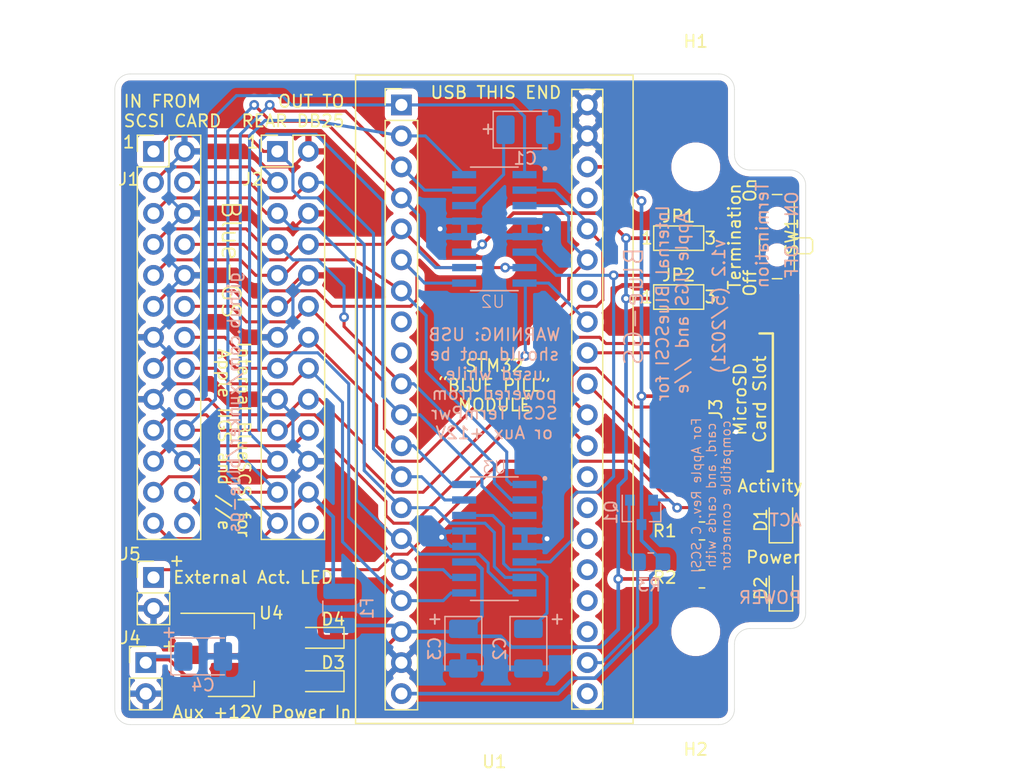
<source format=kicad_pcb>
(kicad_pcb (version 20171130) (host pcbnew "(5.1.8-0-10_14)")
  (layers (0 F.Cu signal) (31 B.Cu signal) (34 B.Paste user) (35 F.Paste user) (36 B.SilkS user) (37 F.SilkS user) (38 B.Mask user) (39 F.Mask user) (44 Edge.Cuts user))
  (net 0 "")
  (net 1 "Net-(U1-Pad37)")
  (net 2 "Net-(U1-Pad34)")
  (net 3 "Net-(U1-Pad8)")
  (net 4 "Net-(U1-Pad9)")
  (net 5 "Net-(U1-Pad28)")
  (net 6 "Net-(U1-Pad25)")
  (net 7 "Net-(U1-Pad24)")
  (net 8 "Net-(U1-Pad23)")
  (net 9 "Net-(U1-Pad21)")
  (net 10 "Net-(J1-Pad26)")
  (net 11 "Net-(J2-Pad26)")
  (net 12 +5V)
  (net 13 GND)
  (net 14 /SCSI_DB4)
  (net 15 /SCSI_DB2)
  (net 16 /SCSI_DB1)
  (net 17 /SCSI_DBP)
  (net 18 /SCSI_SEL)
  (net 19 /SCSI_ATN)
  (net 20 /SCSI_C_D)
  (net 21 /SCSI_DB7)
  (net 22 /SCSI_DB6)
  (net 23 /SCSI_DB5)
  (net 24 /SCSI_DB3)
  (net 25 /SCSI_DB0)
  (net 26 /SCSI_BSY)
  (net 27 /SCSI_ACK)
  (net 28 /SCSI_RST)
  (net 29 /SCSI_I_O)
  (net 30 /SCSI_MSG)
  (net 31 /SCSI_REQ)
  (net 32 /SD_MISO)
  (net 33 /SD_CSK)
  (net 34 +3V3)
  (net 35 /SD_MOSI)
  (net 36 /SD_CS)
  (net 37 "Net-(J3-Pad8)")
  (net 38 "Net-(J3-Pad1)")
  (net 39 "Net-(D2-Pad2)")
  (net 40 "Net-(C1-Pad1)")
  (net 41 "Net-(C2-Pad1)")
  (net 42 /TERM_DISC)
  (net 43 "Net-(D1-Pad1)")
  (net 44 /DEBUG_RX)
  (net 45 /DEBUG_TX)
  (net 46 "Net-(D4-Pad2)")
  (net 47 /+12V_AUX)
  (net 48 /TERM_EN)
  (net 49 /TERM_DIS)
  (net 50 /DISK_ACT)
  (net 51 /REG_OUT)
  (net 52 /SCSI_TERMPWR)
  (net 53 "Net-(D1-Pad2)")
  (module Connector_PinHeader_2.54mm:PinHeader_1x02_P2.54mm_Vertical (layer F.Cu) (at 132.08 89.535)
    (fp_text reference J5 (at -1.905 -1.905 180) (layer F.SilkS))
    (fp_text value Conn_01x02_Male)
    (pad 2 thru_hole oval (at 0 2.54) (size 1.7 1.7) (drill 1) (layers *.Cu *.Mask) (net 13 GND))
    (pad 1 thru_hole rect (at 0 0) (size 1.7 1.7) (drill 1) (layers *.Cu *.Mask) (net 53 "Net-(D1-Pad2)"))
  )
  (module Resistor_SMD:R_0805_2012Metric_Pad1.20x1.40mm_HandSolder (layer B.Cu) (at 172.847 88.265 180)
    (fp_text reference R3 (at 0.127 -1.905) (layer B.SilkS) (effects (justify mirror)))
    (fp_text value 10K)
    (pad 2 smd roundrect (at 1 0 180) (size 1.2 1.4) (layers B.Cu B.Paste B.Mask) (roundrect_rratio 0.208333) (net 50 /DISK_ACT))
    (pad 1 smd roundrect (at -1 0 180) (size 1.2 1.4) (layers B.Cu B.Paste B.Mask) (roundrect_rratio 0.208333) (net 34 +3V3))
  )
  (module Package_TO_SOT_SMD:SOT-23 (layer B.Cu) (at 172.085 84.201 270)
    (fp_text reference Q1 (at 0 2.5 90) (layer B.SilkS) (effects (justify mirror)))
    (fp_text value Q_PMOS_GSD)
    (pad 3 smd rect (at 1 0 270) (size 0.9 0.8) (layers B.Cu B.Paste B.Mask) (net 34 +3V3))
    (pad 2 smd rect (at -1 -0.95 270) (size 0.9 0.8) (layers B.Cu B.Paste B.Mask) (net 53 "Net-(D1-Pad2)"))
    (pad 1 smd rect (at -1 0.95 270) (size 0.9 0.8) (layers B.Cu B.Paste B.Mask) (net 50 /DISK_ACT))
  )
  (module Fuse:Fuse_1210_3225Metric (layer B.Cu) (at 147.32 92.075 90)
    (fp_text reference F1 (at 0 2.28 270) (layer B.SilkS) (effects (justify mirror)))
    (fp_text value Fuse)
    (pad 2 smd roundrect (at 1.4 0 90) (size 1.25 2.65) (layers B.Cu B.Paste B.Mask) (roundrect_rratio 0.2) (net 52 /SCSI_TERMPWR))
    (pad 1 smd roundrect (at -1.4 0 90) (size 1.25 2.65) (layers B.Cu B.Paste B.Mask) (roundrect_rratio 0.2) (net 12 +5V))
  )
  (module Jumper:SolderJumper-3_P1.3mm_Open_Pad1.0x1.5mm_NumberLabels (layer F.Cu) (at 175.133 66.548)
    (fp_text reference JP2 (at 0 -1.8) (layer F.SilkS))
    (fp_text value Jumper_3_Open)
    (fp_text user 1 (at -2.6 0) (layer F.SilkS))
    (fp_text user 3 (at 2.6 0) (layer F.SilkS))
    (pad 1 smd rect (at -1.3 0) (size 1 1.5) (layers F.Cu F.Mask) (net 12 +5V))
    (pad 2 smd rect (at 0 0) (size 1 1.5) (layers F.Cu F.Mask) (net 49 /TERM_DIS))
    (pad 3 smd rect (at 1.3 0) (size 1 1.5) (layers F.Cu F.Mask) (net 13 GND))
  )
  (module Jumper:SolderJumper-3_P1.3mm_Open_Pad1.0x1.5mm_NumberLabels (layer F.Cu) (at 175.133 61.722)
    (fp_text reference JP1 (at 0 -1.8) (layer F.SilkS))
    (fp_text value Jumper_3_Open)
    (fp_text user 1 (at -2.6 0) (layer F.SilkS))
    (fp_text user 3 (at 2.6 0) (layer F.SilkS))
    (pad 1 smd rect (at -1.3 0) (size 1 1.5) (layers F.Cu F.Mask) (net 12 +5V))
    (pad 2 smd rect (at 0 0) (size 1 1.5) (layers F.Cu F.Mask) (net 48 /TERM_EN))
    (pad 3 smd rect (at 1.3 0) (size 1 1.5) (layers F.Cu F.Mask) (net 13 GND))
  )
  (module "Molex 105162-0001:105162-0001" (layer F.Cu) (at 176.403 75.184 90)
    (fp_text reference J3 (at -0.549 1.778 90) (layer F.SilkS))
    (fp_text value 105162-0001)
    (pad 15 smd rect (at -2.204 0.105 90) (size 2.91 0.55) (layers F.Cu F.Paste F.Mask))
    (pad 14 smd rect (at 1.986 0.105 90) (size 2.91 0.55) (layers F.Cu F.Paste F.Mask))
    (pad 13 smd rect (at -5.325 4.535 90) (size 1.05 2.39) (layers F.Cu F.Paste F.Mask) (net 13 GND))
    (pad 12 smd rect (at -5.325 1.35 90) (size 1.05 1.2) (layers F.Cu F.Paste F.Mask) (net 13 GND))
    (pad 11 smd rect (at 5.325 0.78 90) (size 1.05 1.2) (layers F.Cu F.Paste F.Mask) (net 13 GND))
    (pad 10 smd rect (at 5.325 3.39 90) (size 1.05 1.08) (layers F.Cu F.Paste F.Mask) (net 13 GND))
    (pad 9 smd rect (at 5.31 4.66 90) (size 0.72 0.78) (layers F.Cu F.Paste F.Mask) (net 13 GND))
    (pad 8 smd rect (at -4.15 7.34 90) (size 0.5 1) (layers F.Cu F.Paste F.Mask) (net 37 "Net-(J3-Pad8)"))
    (pad 7 smd rect (at -3.05 7.34 90) (size 0.5 1) (layers F.Cu F.Paste F.Mask) (net 32 /SD_MISO))
    (pad 6 smd rect (at -1.95 7.34 90) (size 0.5 1) (layers F.Cu F.Paste F.Mask) (net 13 GND))
    (pad 5 smd rect (at -0.85 7.34 90) (size 0.5 1) (layers F.Cu F.Paste F.Mask) (net 33 /SD_CSK))
    (pad 4 smd rect (at 0.25 7.34 90) (size 0.5 1) (layers F.Cu F.Paste F.Mask) (net 34 +3V3))
    (pad 3 smd rect (at 1.35 7.34 90) (size 0.5 1) (layers F.Cu F.Paste F.Mask) (net 35 /SD_MOSI))
    (pad 2 smd rect (at 2.45 7.34 90) (size 0.5 1) (layers F.Cu F.Paste F.Mask) (net 36 /SD_CS))
    (pad 1 smd rect (at 3.55 7.34 90) (size 0.5 1) (layers F.Cu F.Paste F.Mask) (net 38 "Net-(J3-Pad1)"))
  )
  (module Diode_SMD:D_SOD-323_HandSoldering (layer F.Cu) (at 145.796 94.488 180)
    (fp_text reference D4 (at -1.016 1.524) (layer F.SilkS))
    (fp_text value 1N5817,CUS08F30-H3F)
    (pad 2 smd rect (at 1.25 0 180) (size 1 1) (layers F.Cu F.Paste F.Mask) (net 46 "Net-(D4-Pad2)"))
    (pad 1 smd rect (at -1.25 0 180) (size 1 1) (layers F.Cu F.Paste F.Mask) (net 13 GND))
  )
  (module Diode_SMD:D_SOD-323_HandSoldering (layer F.Cu) (at 145.796 98.044 180)
    (fp_text reference D3 (at -1.016 1.524) (layer F.SilkS))
    (fp_text value 1N5817,1N5817,CUS08F30-H3F)
    (pad 2 smd rect (at 1.25 0 180) (size 1 1) (layers F.Cu F.Paste F.Mask) (net 51 /REG_OUT))
    (pad 1 smd rect (at -1.25 0 180) (size 1 1) (layers F.Cu F.Paste F.Mask) (net 12 +5V))
  )
  (module Package_TO_SOT_SMD:SOT-223-3_TabPin2 (layer F.Cu) (at 138.43 95.885)
    (fp_text reference U4 (at 3.302 -3.429) (layer F.SilkS))
    (fp_text value AMS1117-5.0)
    (pad 1 smd rect (at -3.15 -2.3) (size 2 1.5) (layers F.Cu F.Paste F.Mask) (net 46 "Net-(D4-Pad2)"))
    (pad 3 smd rect (at -3.15 2.3) (size 2 1.5) (layers F.Cu F.Paste F.Mask) (net 47 /+12V_AUX))
    (pad 2 smd rect (at -3.15 0) (size 2 1.5) (layers F.Cu F.Paste F.Mask) (net 51 /REG_OUT))
    (pad 2 smd rect (at 3.15 0) (size 2 3.8) (layers F.Cu F.Paste F.Mask) (net 51 /REG_OUT))
  )
  (module Connector_PinHeader_2.54mm:PinHeader_1x02_P2.54mm_Vertical (layer F.Cu) (at 131.445 96.52)
    (fp_text reference J4 (at -1.27 -2.032 180) (layer F.SilkS))
    (fp_text value Conn_01x02_Male)
    (pad 2 thru_hole oval (at 0 2.54) (size 1.7 1.7) (drill 1) (layers *.Cu *.Mask) (net 13 GND))
    (pad 1 thru_hole rect (at 0 0) (size 1.7 1.7) (drill 1) (layers *.Cu *.Mask) (net 47 /+12V_AUX))
  )
  (module Capacitor_Tantalum_SMD:CP_EIA-3528-21_Kemet-B_Pad1.50x2.35mm_HandSolder (layer B.Cu) (at 136.144 96.012)
    (fp_text reference C4 (at 0 2.35 180) (layer B.SilkS) (effects (justify mirror)))
    (fp_text value 10uF)
    (pad 2 smd roundrect (at 1.625 0) (size 1.5 2.35) (layers B.Cu B.Paste B.Mask) (roundrect_rratio 0.166667) (net 13 GND))
    (pad 1 smd roundrect (at -1.625 0) (size 1.5 2.35) (layers B.Cu B.Paste B.Mask) (roundrect_rratio 0.166667) (net 47 /+12V_AUX))
  )
  (module Button_Switch_SMD:SW_SPDT_PCM12 (layer F.Cu) (at 182.88 61.595 90)
    (fp_text reference SW1 (at 0 1.524 90) (layer F.SilkS))
    (fp_text value SW_SPDT)
    (pad "" smd rect (at -3.65 -0.78 90) (size 1 0.8) (layers F.Cu F.Paste F.Mask))
    (pad "" smd rect (at 3.65 -0.78 90) (size 1 0.8) (layers F.Cu F.Paste F.Mask))
    (pad "" smd rect (at 3.65 1.43 90) (size 1 0.8) (layers F.Cu F.Paste F.Mask))
    (pad "" smd rect (at -3.65 1.43 90) (size 1 0.8) (layers F.Cu F.Paste F.Mask))
    (pad 3 smd rect (at 2.25 -1.43 90) (size 0.7 1.5) (layers F.Cu F.Paste F.Mask) (net 48 /TERM_EN))
    (pad 2 smd rect (at 0.75 -1.43 90) (size 0.7 1.5) (layers F.Cu F.Paste F.Mask) (net 42 /TERM_DISC))
    (pad 1 smd rect (at -2.25 -1.43 90) (size 0.7 1.5) (layers F.Cu F.Paste F.Mask) (net 49 /TERM_DIS))
    (pad "" np_thru_hole circle (at 1.5 0.33 90) (size 0.9 0.9) (drill 0.9) (layers *.Cu *.Mask))
    (pad "" np_thru_hole circle (at -1.5 0.33 90) (size 0.9 0.9) (drill 0.9) (layers *.Cu *.Mask))
  )
  (module Capacitor_Tantalum_SMD:CP_EIA-3528-21_Kemet-B_Pad1.50x2.35mm_HandSolder (layer B.Cu) (at 157.48 95.377 270)
    (fp_text reference C3 (at 0 2.35 90) (layer B.SilkS) (effects (justify mirror)))
    (fp_text value "4.7uF, 6.3v")
    (pad 2 smd roundrect (at 1.625 0 270) (size 1.5 2.35) (layers B.Cu B.Paste B.Mask) (roundrect_rratio 0.166667) (net 13 GND))
    (pad 1 smd roundrect (at -1.625 0 270) (size 1.5 2.35) (layers B.Cu B.Paste B.Mask) (roundrect_rratio 0.166667) (net 12 +5V))
  )
  (module Capacitor_Tantalum_SMD:CP_EIA-3528-21_Kemet-B_Pad1.50x2.35mm_HandSolder (layer B.Cu) (at 162.814 95.377 270)
    (fp_text reference C2 (at 0 2.35 90) (layer B.SilkS) (effects (justify mirror)))
    (fp_text value "4.7uF, 6.3v")
    (pad 2 smd roundrect (at 1.625 0 270) (size 1.5 2.35) (layers B.Cu B.Paste B.Mask) (roundrect_rratio 0.166667) (net 13 GND))
    (pad 1 smd roundrect (at -1.625 0 270) (size 1.5 2.35) (layers B.Cu B.Paste B.Mask) (roundrect_rratio 0.166667) (net 41 "Net-(C2-Pad1)"))
  )
  (module Capacitor_Tantalum_SMD:CP_EIA-3528-21_Kemet-B_Pad1.50x2.35mm_HandSolder (layer B.Cu) (at 162.56 52.832)
    (fp_text reference C1 (at 0 2.35) (layer B.SilkS) (effects (justify mirror)))
    (fp_text value "4.7uF, 6.3v")
    (pad 2 smd roundrect (at 1.625 0) (size 1.5 2.35) (layers B.Cu B.Paste B.Mask) (roundrect_rratio 0.166667) (net 13 GND))
    (pad 1 smd roundrect (at -1.625 0) (size 1.5 2.35) (layers B.Cu B.Paste B.Mask) (roundrect_rratio 0.166667) (net 40 "Net-(C1-Pad1)"))
  )
  (module LED_SMD:LED_0805_2012Metric_Pad1.15x1.40mm_HandSolder (layer F.Cu) (at 183.515 90.424 90)
    (fp_text reference D2 (at 0 -1.65 90) (layer F.SilkS))
    (fp_text value LED)
    (pad 2 smd roundrect (at 1.025 0 90) (size 1.15 1.4) (layers F.Cu F.Paste F.Mask) (roundrect_rratio 0.217391) (net 39 "Net-(D2-Pad2)"))
    (pad 1 smd roundrect (at -1.025 0 90) (size 1.15 1.4) (layers F.Cu F.Paste F.Mask) (roundrect_rratio 0.217391) (net 13 GND))
  )
  (module LED_SMD:LED_0805_2012Metric_Pad1.15x1.40mm_HandSolder (layer F.Cu) (at 183.515 84.836 90)
    (fp_text reference D1 (at 0 -1.65 90) (layer F.SilkS))
    (fp_text value LED)
    (pad 2 smd roundrect (at 1.025 0 90) (size 1.15 1.4) (layers F.Cu F.Paste F.Mask) (roundrect_rratio 0.217391) (net 53 "Net-(D1-Pad2)"))
    (pad 1 smd roundrect (at -1.025 0 90) (size 1.15 1.4) (layers F.Cu F.Paste F.Mask) (roundrect_rratio 0.217391) (net 43 "Net-(D1-Pad1)"))
  )
  (module Resistor_SMD:R_0805_2012Metric_Pad1.20x1.40mm_HandSolder (layer F.Cu) (at 177.038 89.662 180)
    (fp_text reference R2 (at 3.048 0.127) (layer F.SilkS))
    (fp_text value 1K)
    (pad 2 smd roundrect (at 1 0 180) (size 1.2 1.4) (layers F.Cu F.Paste F.Mask) (roundrect_rratio 0.208333) (net 12 +5V))
    (pad 1 smd roundrect (at -1 0 180) (size 1.2 1.4) (layers F.Cu F.Paste F.Mask) (roundrect_rratio 0.208333) (net 39 "Net-(D2-Pad2)"))
  )
  (module Resistor_SMD:R_0805_2012Metric_Pad1.20x1.40mm_HandSolder (layer F.Cu) (at 177.038 85.725)
    (fp_text reference R1 (at -3.048 0) (layer F.SilkS))
    (fp_text value 470)
    (pad 2 smd roundrect (at 1 0) (size 1.2 1.4) (layers F.Cu F.Paste F.Mask) (roundrect_rratio 0.208333) (net 43 "Net-(D1-Pad1)"))
    (pad 1 smd roundrect (at -1 0) (size 1.2 1.4) (layers F.Cu F.Paste F.Mask) (roundrect_rratio 0.208333) (net 13 GND))
  )
  (module Connector_PinHeader_2.54mm:PinHeader_2x13_P2.54mm_Vertical (layer F.Cu) (at 142.24 54.61)
    (fp_text reference J2 (at -2.032 2.286) (layer F.SilkS))
    (fp_text value Conn_02x13_Odd_Even)
    (pad 26 thru_hole oval (at 2.54 30.48) (size 1.7 1.7) (drill 1) (layers *.Cu *.Mask) (net 11 "Net-(J2-Pad26)"))
    (pad 25 thru_hole oval (at 0 30.48) (size 1.7 1.7) (drill 1) (layers *.Cu *.Mask) (net 21 /SCSI_DB7))
    (pad 24 thru_hole oval (at 2.54 27.94) (size 1.7 1.7) (drill 1) (layers *.Cu *.Mask) (net 52 /SCSI_TERMPWR))
    (pad 23 thru_hole oval (at 0 27.94) (size 1.7 1.7) (drill 1) (layers *.Cu *.Mask) (net 22 /SCSI_DB6))
    (pad 22 thru_hole oval (at 2.54 25.4) (size 1.7 1.7) (drill 1) (layers *.Cu *.Mask) (net 13 GND))
    (pad 21 thru_hole oval (at 0 25.4) (size 1.7 1.7) (drill 1) (layers *.Cu *.Mask) (net 23 /SCSI_DB5))
    (pad 20 thru_hole oval (at 2.54 22.86) (size 1.7 1.7) (drill 1) (layers *.Cu *.Mask) (net 14 /SCSI_DB4))
    (pad 19 thru_hole oval (at 0 22.86) (size 1.7 1.7) (drill 1) (layers *.Cu *.Mask) (net 24 /SCSI_DB3))
    (pad 18 thru_hole oval (at 2.54 20.32) (size 1.7 1.7) (drill 1) (layers *.Cu *.Mask) (net 15 /SCSI_DB2))
    (pad 17 thru_hole oval (at 0 20.32) (size 1.7 1.7) (drill 1) (layers *.Cu *.Mask) (net 13 GND))
    (pad 16 thru_hole oval (at 2.54 17.78) (size 1.7 1.7) (drill 1) (layers *.Cu *.Mask) (net 16 /SCSI_DB1))
    (pad 15 thru_hole oval (at 0 17.78) (size 1.7 1.7) (drill 1) (layers *.Cu *.Mask) (net 25 /SCSI_DB0))
    (pad 14 thru_hole oval (at 2.54 15.24) (size 1.7 1.7) (drill 1) (layers *.Cu *.Mask) (net 17 /SCSI_DBP))
    (pad 13 thru_hole oval (at 0 15.24) (size 1.7 1.7) (drill 1) (layers *.Cu *.Mask) (net 13 GND))
    (pad 12 thru_hole oval (at 2.54 12.7) (size 1.7 1.7) (drill 1) (layers *.Cu *.Mask) (net 18 /SCSI_SEL))
    (pad 11 thru_hole oval (at 0 12.7) (size 1.7 1.7) (drill 1) (layers *.Cu *.Mask) (net 26 /SCSI_BSY))
    (pad 10 thru_hole oval (at 2.54 10.16) (size 1.7 1.7) (drill 1) (layers *.Cu *.Mask) (net 13 GND))
    (pad 9 thru_hole oval (at 0 10.16) (size 1.7 1.7) (drill 1) (layers *.Cu *.Mask) (net 27 /SCSI_ACK))
    (pad 8 thru_hole oval (at 2.54 7.62) (size 1.7 1.7) (drill 1) (layers *.Cu *.Mask) (net 19 /SCSI_ATN))
    (pad 7 thru_hole oval (at 0 7.62) (size 1.7 1.7) (drill 1) (layers *.Cu *.Mask) (net 28 /SCSI_RST))
    (pad 6 thru_hole oval (at 2.54 5.08) (size 1.7 1.7) (drill 1) (layers *.Cu *.Mask) (net 13 GND))
    (pad 5 thru_hole oval (at 0 5.08) (size 1.7 1.7) (drill 1) (layers *.Cu *.Mask) (net 29 /SCSI_I_O))
    (pad 4 thru_hole oval (at 2.54 2.54) (size 1.7 1.7) (drill 1) (layers *.Cu *.Mask) (net 20 /SCSI_C_D))
    (pad 3 thru_hole oval (at 0 2.54) (size 1.7 1.7) (drill 1) (layers *.Cu *.Mask) (net 30 /SCSI_MSG))
    (pad 2 thru_hole oval (at 2.54 0) (size 1.7 1.7) (drill 1) (layers *.Cu *.Mask) (net 13 GND))
    (pad 1 thru_hole rect (at 0 0) (size 1.7 1.7) (drill 1) (layers *.Cu *.Mask) (net 31 /SCSI_REQ))
  )
  (module "my library:YAAJ_BluePill_2" (layer F.Cu) (at 152.4 50.8)
    (fp_text reference U1 (at 7.62 53.848) (layer F.SilkS))
    (fp_text value YAAJ_BluePill hide)
    (pad 40 thru_hole circle (at 15.24 0) (size 1.7 1.7) (drill 1) (layers *.Cu *.Mask) (net 13 GND))
    (pad 1 thru_hole rect (at 0 0) (size 1.7 1.7) (drill 1) (layers *.Cu *.Mask) (net 14 /SCSI_DB4))
    (pad 39 thru_hole circle (at 15.24 2.54) (size 1.7 1.7) (drill 1) (layers *.Cu *.Mask) (net 13 GND))
    (pad 2 thru_hole circle (at 0 2.54) (size 1.7 1.7) (drill 1) (layers *.Cu *.Mask) (net 23 /SCSI_DB5))
    (pad 38 thru_hole circle (at 15.24 5.08) (size 1.7 1.7) (drill 1) (layers *.Cu *.Mask) (net 34 +3V3))
    (pad 3 thru_hole circle (at 0 5.08) (size 1.7 1.7) (drill 1) (layers *.Cu *.Mask) (net 22 /SCSI_DB6))
    (pad 37 thru_hole circle (at 15.24 7.62) (size 1.7 1.7) (drill 1) (layers *.Cu *.Mask) (net 1 "Net-(U1-Pad37)"))
    (pad 4 thru_hole circle (at 0 7.62) (size 1.7 1.7) (drill 1) (layers *.Cu *.Mask) (net 21 /SCSI_DB7))
    (pad 36 thru_hole circle (at 15.24 10.16) (size 1.7 1.7) (drill 1) (layers *.Cu *.Mask) (net 24 /SCSI_DB3))
    (pad 5 thru_hole circle (at 0 10.16) (size 1.7 1.7) (drill 1) (layers *.Cu *.Mask) (net 19 /SCSI_ATN))
    (pad 35 thru_hole circle (at 15.24 12.7) (size 1.7 1.7) (drill 1) (layers *.Cu *.Mask) (net 15 /SCSI_DB2))
    (pad 6 thru_hole circle (at 0 12.7) (size 1.7 1.7) (drill 1) (layers *.Cu *.Mask) (net 26 /SCSI_BSY))
    (pad 34 thru_hole circle (at 15.24 15.24) (size 1.7 1.7) (drill 1) (layers *.Cu *.Mask) (net 2 "Net-(U1-Pad34)"))
    (pad 7 thru_hole circle (at 0 15.24) (size 1.7 1.7) (drill 1) (layers *.Cu *.Mask) (net 27 /SCSI_ACK))
    (pad 33 thru_hole circle (at 15.24 17.78) (size 1.7 1.7) (drill 1) (layers *.Cu *.Mask) (net 17 /SCSI_DBP))
    (pad 8 thru_hole circle (at 0 17.78) (size 1.7 1.7) (drill 1) (layers *.Cu *.Mask) (net 3 "Net-(U1-Pad8)"))
    (pad 32 thru_hole circle (at 15.24 20.32) (size 1.7 1.7) (drill 1) (layers *.Cu *.Mask) (net 35 /SD_MOSI))
    (pad 9 thru_hole circle (at 0 20.32) (size 1.7 1.7) (drill 1) (layers *.Cu *.Mask) (net 4 "Net-(U1-Pad9)"))
    (pad 31 thru_hole circle (at 15.24 22.86) (size 1.7 1.7) (drill 1) (layers *.Cu *.Mask) (net 32 /SD_MISO))
    (pad 10 thru_hole circle (at 0 22.86) (size 1.7 1.7) (drill 1) (layers *.Cu *.Mask) (net 28 /SCSI_RST))
    (pad 30 thru_hole circle (at 15.24 25.4) (size 1.7 1.7) (drill 1) (layers *.Cu *.Mask) (net 33 /SD_CSK))
    (pad 11 thru_hole circle (at 0 25.4) (size 1.7 1.7) (drill 1) (layers *.Cu *.Mask) (net 30 /SCSI_MSG))
    (pad 29 thru_hole circle (at 15.24 27.94) (size 1.7 1.7) (drill 1) (layers *.Cu *.Mask) (net 36 /SD_CS))
    (pad 12 thru_hole circle (at 0 27.94) (size 1.7 1.7) (drill 1) (layers *.Cu *.Mask) (net 18 /SCSI_SEL))
    (pad 28 thru_hole circle (at 15.24 30.48) (size 1.7 1.7) (drill 1) (layers *.Cu *.Mask) (net 5 "Net-(U1-Pad28)"))
    (pad 13 thru_hole circle (at 0 30.48) (size 1.7 1.7) (drill 1) (layers *.Cu *.Mask) (net 20 /SCSI_C_D))
    (pad 27 thru_hole circle (at 15.24 33.02) (size 1.7 1.7) (drill 1) (layers *.Cu *.Mask) (net 44 /DEBUG_RX))
    (pad 14 thru_hole circle (at 0 33.02) (size 1.7 1.7) (drill 1) (layers *.Cu *.Mask) (net 31 /SCSI_REQ))
    (pad 26 thru_hole circle (at 15.24 35.56) (size 1.7 1.7) (drill 1) (layers *.Cu *.Mask) (net 45 /DEBUG_TX))
    (pad 15 thru_hole circle (at 0 35.56) (size 1.7 1.7) (drill 1) (layers *.Cu *.Mask) (net 29 /SCSI_I_O))
    (pad 25 thru_hole circle (at 15.24 38.1) (size 1.7 1.7) (drill 1) (layers *.Cu *.Mask) (net 6 "Net-(U1-Pad25)"))
    (pad 16 thru_hole circle (at 0 38.1) (size 1.7 1.7) (drill 1) (layers *.Cu *.Mask) (net 25 /SCSI_DB0))
    (pad 24 thru_hole circle (at 15.24 40.64) (size 1.7 1.7) (drill 1) (layers *.Cu *.Mask) (net 7 "Net-(U1-Pad24)"))
    (pad 17 thru_hole circle (at 0 40.64) (size 1.7 1.7) (drill 1) (layers *.Cu *.Mask) (net 16 /SCSI_DB1))
    (pad 23 thru_hole circle (at 15.24 43.18) (size 1.7 1.7) (drill 1) (layers *.Cu *.Mask) (net 8 "Net-(U1-Pad23)"))
    (pad 18 thru_hole circle (at 0 43.18) (size 1.7 1.7) (drill 1) (layers *.Cu *.Mask) (net 12 +5V))
    (pad 22 thru_hole circle (at 15.24 45.72) (size 1.7 1.7) (drill 1) (layers *.Cu *.Mask) (net 50 /DISK_ACT))
    (pad 19 thru_hole circle (at 0 45.72) (size 1.7 1.7) (drill 1) (layers *.Cu *.Mask) (net 13 GND))
    (pad 21 thru_hole circle (at 15.24 48.26) (size 1.7 1.7) (drill 1) (layers *.Cu *.Mask) (net 9 "Net-(U1-Pad21)"))
    (pad 20 thru_hole circle (at 0 48.26) (size 1.7 1.7) (drill 1) (layers *.Cu *.Mask) (net 34 +3V3))
  )
  (module "my library:SOIC127P600X175-16N" (layer B.Cu) (at 160.02 86.36 180)
    (fp_text reference U3 (at 0 5.842) (layer B.SilkS) (effects (font (thickness 0.1)) (justify mirror)))
    (fp_text value "UC560x, UCC56xx")
    (pad 1 smd rect (at -2.475 4.445 180) (size 1.97 0.6) (layers B.Cu B.Paste B.Mask) (net 27 /SCSI_ACK))
    (pad 2 smd rect (at -2.475 3.175 180) (size 1.97 0.6) (layers B.Cu B.Paste B.Mask) (net 28 /SCSI_RST))
    (pad 3 smd rect (at -2.475 1.905 180) (size 1.97 0.6) (layers B.Cu B.Paste B.Mask) (net 30 /SCSI_MSG))
    (pad 4 smd rect (at -2.475 0.635 180) (size 1.97 0.6) (layers B.Cu B.Paste B.Mask) (net 13 GND))
    (pad 5 smd rect (at -2.475 -0.635 180) (size 1.97 0.6) (layers B.Cu B.Paste B.Mask) (net 13 GND))
    (pad 6 smd rect (at -2.475 -1.905 180) (size 1.97 0.6) (layers B.Cu B.Paste B.Mask) (net 42 /TERM_DISC))
    (pad 7 smd rect (at -2.475 -3.175 180) (size 1.97 0.6) (layers B.Cu B.Paste B.Mask) (net 31 /SCSI_REQ))
    (pad 8 smd rect (at -2.475 -4.445 180) (size 1.97 0.6) (layers B.Cu B.Paste B.Mask) (net 29 /SCSI_I_O))
    (pad 9 smd rect (at 2.475 -4.445 180) (size 1.97 0.6) (layers B.Cu B.Paste B.Mask) (net 16 /SCSI_DB1))
    (pad 10 smd rect (at 2.475 -3.175 180) (size 1.97 0.6) (layers B.Cu B.Paste B.Mask) (net 25 /SCSI_DB0))
    (pad 11 smd rect (at 2.475 -1.905 180) (size 1.97 0.6) (layers B.Cu B.Paste B.Mask) (net 12 +5V))
    (pad 12 smd rect (at 2.475 -0.635 180) (size 1.97 0.6) (layers B.Cu B.Paste B.Mask) (net 13 GND))
    (pad 13 smd rect (at 2.475 0.635 180) (size 1.97 0.6) (layers B.Cu B.Paste B.Mask) (net 13 GND))
    (pad 14 smd rect (at 2.475 1.905 180) (size 1.97 0.6) (layers B.Cu B.Paste B.Mask) (net 41 "Net-(C2-Pad1)"))
    (pad 15 smd rect (at 2.475 3.175 180) (size 1.97 0.6) (layers B.Cu B.Paste B.Mask) (net 20 /SCSI_C_D))
    (pad 16 smd rect (at 2.475 4.445 180) (size 1.97 0.6) (layers B.Cu B.Paste B.Mask) (net 18 /SCSI_SEL))
  )
  (module "my library:SOIC127P600X175-16N" (layer B.Cu) (at 160.02 60.96 180)
    (fp_text reference U2 (at 0.127 -5.969) (layer B.SilkS) (effects (font (thickness 0.1)) (justify mirror)))
    (fp_text value "UC560x, UCC56xx")
    (pad 1 smd rect (at -2.475 4.445 180) (size 1.97 0.6) (layers B.Cu B.Paste B.Mask) (net 14 /SCSI_DB4))
    (pad 2 smd rect (at -2.475 3.175 180) (size 1.97 0.6) (layers B.Cu B.Paste B.Mask) (net 24 /SCSI_DB3))
    (pad 3 smd rect (at -2.475 1.905 180) (size 1.97 0.6) (layers B.Cu B.Paste B.Mask) (net 15 /SCSI_DB2))
    (pad 4 smd rect (at -2.475 0.635 180) (size 1.97 0.6) (layers B.Cu B.Paste B.Mask) (net 13 GND))
    (pad 5 smd rect (at -2.475 -0.635 180) (size 1.97 0.6) (layers B.Cu B.Paste B.Mask) (net 13 GND))
    (pad 6 smd rect (at -2.475 -1.905 180) (size 1.97 0.6) (layers B.Cu B.Paste B.Mask) (net 42 /TERM_DISC))
    (pad 7 smd rect (at -2.475 -3.175 180) (size 1.97 0.6) (layers B.Cu B.Paste B.Mask) (net 19 /SCSI_ATN))
    (pad 8 smd rect (at -2.475 -4.445 180) (size 1.97 0.6) (layers B.Cu B.Paste B.Mask) (net 17 /SCSI_DBP))
    (pad 9 smd rect (at 2.475 -4.445 180) (size 1.97 0.6) (layers B.Cu B.Paste B.Mask) (net 26 /SCSI_BSY))
    (pad 10 smd rect (at 2.475 -3.175 180) (size 1.97 0.6) (layers B.Cu B.Paste B.Mask) (net 21 /SCSI_DB7))
    (pad 11 smd rect (at 2.475 -1.905 180) (size 1.97 0.6) (layers B.Cu B.Paste B.Mask) (net 12 +5V))
    (pad 12 smd rect (at 2.475 -0.635 180) (size 1.97 0.6) (layers B.Cu B.Paste B.Mask) (net 13 GND))
    (pad 13 smd rect (at 2.475 0.635 180) (size 1.97 0.6) (layers B.Cu B.Paste B.Mask) (net 13 GND))
    (pad 14 smd rect (at 2.475 1.905 180) (size 1.97 0.6) (layers B.Cu B.Paste B.Mask) (net 40 "Net-(C1-Pad1)"))
    (pad 15 smd rect (at 2.475 3.175 180) (size 1.97 0.6) (layers B.Cu B.Paste B.Mask) (net 22 /SCSI_DB6))
    (pad 16 smd rect (at 2.475 4.445 180) (size 1.97 0.6) (layers B.Cu B.Paste B.Mask) (net 23 /SCSI_DB5))
  )
  (module MountingHole:MountingHole_3mm (layer F.Cu) (at 176.53 93.98)
    (fp_text reference H2 (at 0 9.652) (layer F.SilkS))
    (fp_text value MountingHole)
    (pad 1 np_thru_hole circle (at 0 0) (size 3 3) (drill 3) (layers *.Cu *.Mask))
  )
  (module MountingHole:MountingHole_3mm (layer F.Cu) (at 176.53 55.88)
    (fp_text reference H1 (at 0 -10.287) (layer F.SilkS))
    (fp_text value MountingHole)
    (pad 1 np_thru_hole circle (at 0 0) (size 3 3) (drill 3) (layers *.Cu *.Mask))
  )
  (module Connector_PinHeader_2.54mm:PinHeader_2x13_P2.54mm_Vertical (layer F.Cu) (at 132.08 54.61)
    (fp_text reference J1 (at -2.032 2.286) (layer F.SilkS))
    (fp_text value Conn_02x13_Odd_Even)
    (pad 26 thru_hole oval (at 2.54 30.48) (size 1.7 1.7) (drill 1) (layers *.Cu *.Mask) (net 10 "Net-(J1-Pad26)"))
    (pad 25 thru_hole oval (at 0 30.48) (size 1.7 1.7) (drill 1) (layers *.Cu *.Mask) (net 21 /SCSI_DB7))
    (pad 24 thru_hole oval (at 2.54 27.94) (size 1.7 1.7) (drill 1) (layers *.Cu *.Mask) (net 52 /SCSI_TERMPWR))
    (pad 23 thru_hole oval (at 0 27.94) (size 1.7 1.7) (drill 1) (layers *.Cu *.Mask) (net 22 /SCSI_DB6))
    (pad 22 thru_hole oval (at 2.54 25.4) (size 1.7 1.7) (drill 1) (layers *.Cu *.Mask) (net 13 GND))
    (pad 21 thru_hole oval (at 0 25.4) (size 1.7 1.7) (drill 1) (layers *.Cu *.Mask) (net 23 /SCSI_DB5))
    (pad 20 thru_hole oval (at 2.54 22.86) (size 1.7 1.7) (drill 1) (layers *.Cu *.Mask) (net 14 /SCSI_DB4))
    (pad 19 thru_hole oval (at 0 22.86) (size 1.7 1.7) (drill 1) (layers *.Cu *.Mask) (net 24 /SCSI_DB3))
    (pad 18 thru_hole oval (at 2.54 20.32) (size 1.7 1.7) (drill 1) (layers *.Cu *.Mask) (net 15 /SCSI_DB2))
    (pad 17 thru_hole oval (at 0 20.32) (size 1.7 1.7) (drill 1) (layers *.Cu *.Mask) (net 13 GND))
    (pad 16 thru_hole oval (at 2.54 17.78) (size 1.7 1.7) (drill 1) (layers *.Cu *.Mask) (net 16 /SCSI_DB1))
    (pad 15 thru_hole oval (at 0 17.78) (size 1.7 1.7) (drill 1) (layers *.Cu *.Mask) (net 25 /SCSI_DB0))
    (pad 14 thru_hole oval (at 2.54 15.24) (size 1.7 1.7) (drill 1) (layers *.Cu *.Mask) (net 17 /SCSI_DBP))
    (pad 13 thru_hole oval (at 0 15.24) (size 1.7 1.7) (drill 1) (layers *.Cu *.Mask) (net 13 GND))
    (pad 12 thru_hole oval (at 2.54 12.7) (size 1.7 1.7) (drill 1) (layers *.Cu *.Mask) (net 18 /SCSI_SEL))
    (pad 11 thru_hole oval (at 0 12.7) (size 1.7 1.7) (drill 1) (layers *.Cu *.Mask) (net 26 /SCSI_BSY))
    (pad 10 thru_hole oval (at 2.54 10.16) (size 1.7 1.7) (drill 1) (layers *.Cu *.Mask) (net 13 GND))
    (pad 9 thru_hole oval (at 0 10.16) (size 1.7 1.7) (drill 1) (layers *.Cu *.Mask) (net 27 /SCSI_ACK))
    (pad 8 thru_hole oval (at 2.54 7.62) (size 1.7 1.7) (drill 1) (layers *.Cu *.Mask) (net 19 /SCSI_ATN))
    (pad 7 thru_hole oval (at 0 7.62) (size 1.7 1.7) (drill 1) (layers *.Cu *.Mask) (net 28 /SCSI_RST))
    (pad 6 thru_hole oval (at 2.54 5.08) (size 1.7 1.7) (drill 1) (layers *.Cu *.Mask) (net 13 GND))
    (pad 5 thru_hole oval (at 0 5.08) (size 1.7 1.7) (drill 1) (layers *.Cu *.Mask) (net 29 /SCSI_I_O))
    (pad 4 thru_hole oval (at 2.54 2.54) (size 1.7 1.7) (drill 1) (layers *.Cu *.Mask) (net 20 /SCSI_C_D))
    (pad 3 thru_hole oval (at 0 2.54) (size 1.7 1.7) (drill 1) (layers *.Cu *.Mask) (net 30 /SCSI_MSG))
    (pad 2 thru_hole oval (at 2.54 0) (size 1.7 1.7) (drill 1) (layers *.Cu *.Mask) (net 13 GND))
    (pad 1 thru_hole rect (at 0 0) (size 1.7 1.7) (drill 1) (layers *.Cu *.Mask) (net 31 /SCSI_REQ))
  )
  (gr_text "External Act. LED" (at 133.604 89.535) (layer F.SilkS) (effects (font (size 1 1)) (justify left)))
  (gr_text + (at 133.985 88.265 180) (layer F.SilkS) (effects (font (size 1 1))))
  (gr_text Blue-GS (at 138.43 63.5 270) (layer F.SilkS) (effects (font (size 1.5 1.5))))
  (gr_text "v1.2 (5/2021)" (at 178.435 67.31 90) (layer B.SilkS) (effects (font (size 1 1)) (justify mirror)))
  (gr_text Blue-GS (at 171.45 67.31 90) (layer B.SilkS) (effects (font (size 1.5 1.5)) (justify mirror)))
  (gr_text + (at 133.35 95.25 180) (layer F.SilkS) (effects (font (size 1 1))))
  (gr_text + (at 133.35 93.98) (layer B.SilkS) (effects (font (size 1 1)) (justify mirror)))
  (gr_text "Aux +12V Power In" (at 140.97 100.584) (layer F.SilkS) (effects (font (size 1 1))))
  (gr_text "Internal BlueSCSI for\nApple IIGS and //e" (at 174.625 67.056 90) (layer B.SilkS) (effects (font (size 1 1)) (justify mirror)))
  (gr_arc (start 180.975 94.996) (end 180.975 93.726) (angle -90) (layer Edge.Cuts) (width 0.05))
  (gr_arc (start 180.975 54.864) (end 179.705 54.864) (angle -90) (layer Edge.Cuts) (width 0.05))
  (gr_arc (start 184.277 57.404) (end 185.547 57.404) (angle -90) (layer Edge.Cuts) (width 0.05))
  (gr_arc (start 184.277 92.456) (end 184.277 93.726) (angle -90) (layer Edge.Cuts) (width 0.05))
  (gr_arc (start 130.175 100.33) (end 128.905 100.33) (angle -90) (layer Edge.Cuts) (width 0.05))
  (gr_arc (start 178.435 100.33) (end 178.435 101.6) (angle -90) (layer Edge.Cuts) (width 0.05))
  (gr_arc (start 178.435 49.53) (end 179.705 49.53) (angle -90) (layer Edge.Cuts) (width 0.05))
  (gr_arc (start 130.175 49.53) (end 130.175 48.26) (angle -90) (layer Edge.Cuts) (width 0.05))
  (gr_text "WARNING: USB\nshould not be\nused while\npowered from\nSCSI TermPwr\nor Aux +12V" (at 160.02 73.66) (layer B.SilkS) (effects (font (size 1 1)) (justify mirror)))
  (gr_line (start 180.975 93.726) (end 184.277 93.726) (layer Edge.Cuts) (width 0.05))
  (gr_line (start 179.705 94.996) (end 179.705 100.33) (layer Edge.Cuts) (width 0.05))
  (gr_line (start 180.975 56.134) (end 184.277 56.134) (layer Edge.Cuts) (width 0.05))
  (gr_line (start 179.705 49.53) (end 179.705 54.864) (layer Edge.Cuts) (width 0.05))
  (gr_text "For Apple Rev. C SCSI\ncard, and cards with\ncompatible connector" (at 177.8 82.804 90) (layer B.SilkS) (effects (font (size 0.75 0.75) (thickness 0.1)) (justify mirror)))
  (gr_text "MicroSD\nCard Slot" (at 180.975 74.93 90) (layer F.SilkS) (effects (font (size 1 1))))
  (gr_text Off (at 180.975 65.405 90) (layer F.SilkS) (effects (font (size 1 1))))
  (gr_text On (at 180.975 57.785 90) (layer F.SilkS) (effects (font (size 1 1))))
  (gr_text Termination (at 179.705 61.595 90) (layer F.SilkS) (effects (font (size 1 1))))
  (gr_text Power (at 182.88 87.884) (layer F.SilkS) (effects (font (size 1 1))))
  (gr_text Activity (at 182.626 82.042) (layer F.SilkS) (effects (font (size 1 1))))
  (gr_text github.com/xunker/blue-gs (at 138.684 75.184 90) (layer B.SilkS) (effects (font (size 1 1)) (justify mirror)))
  (gr_text "Internal BlueSCSI for\nApple IIGS and //e\n" (at 138.684 78.232 270) (layer F.SilkS) (effects (font (size 1 1))))
  (gr_text + (at 155.067 92.964 90) (layer B.SilkS) (effects (font (size 1 1)) (justify mirror)))
  (gr_text + (at 165.1 92.964 90) (layer B.SilkS) (effects (font (size 1 1)) (justify mirror)))
  (gr_text + (at 159.512 52.705) (layer B.SilkS) (effects (font (size 1 1)) (justify mirror)))
  (gr_text "ON   OFF" (at 184.404 61.468 90) (layer B.SilkS) (effects (font (size 1 1)) (justify mirror)))
  (gr_text POWER (at 182.626 91.186) (layer B.SilkS) (effects (font (size 1 1)) (justify mirror)))
  (gr_text ACT (at 183.896 84.836) (layer B.SilkS) (effects (font (size 1 1)) (justify mirror)))
  (gr_text Termination (at 181.991 61.468 90) (layer B.SilkS) (effects (font (size 1 1)) (justify mirror)))
  (gr_text "STM32\n“BLUE PILL”\nMODULE" (at 160.02 73.787) (layer F.SilkS) (effects (font (size 1 1))))
  (gr_text 1 (at 130.048 53.848) (layer F.SilkS) (effects (font (size 1 1))))
  (gr_text 1 (at 140.208 53.848) (layer F.SilkS) (effects (font (size 1 1))))
  (gr_text "USB THIS END" (at 160.147 49.784) (layer F.SilkS) (effects (font (size 1 1))))
  (gr_text "OUT TO\nREAR DB25\n" (at 147.828 51.308) (layer F.SilkS) (effects (font (size 1 1)) (justify right)))
  (gr_text "IN FROM\nSCSI CARD" (at 129.54 51.308) (layer F.SilkS) (effects (font (size 1 1)) (justify left)))
  (gr_line (start 130.175 48.26) (end 178.435 48.26) (layer Edge.Cuts) (width 0.05))
  (gr_line (start 128.905 100.33) (end 128.905 49.53) (layer Edge.Cuts) (width 0.05))
  (gr_line (start 178.435 101.6) (end 130.175 101.6) (layer Edge.Cuts) (width 0.05))
  (gr_line (start 185.547 57.404) (end 185.547 92.456) (layer Edge.Cuts) (width 0.05))
  (via (at 159.02532 62.233641) (size 0.8) (drill 0.4) (layers F.Cu B.Cu) (net 12))
  (segment (start 157.545 62.865) (end 158.393961 62.865) (width 0.3) (layer B.Cu) (net 12))
  (segment (start 158.393961 62.865) (end 159.02532 62.233641) (width 0.3) (layer B.Cu) (net 12))
  (segment (start 159.004 92.71) (end 157.734 93.98) (width 0.3) (layer B.Cu) (net 12))
  (segment (start 159.004 88.8425) (end 159.004 92.71) (width 0.3) (layer B.Cu) (net 12))
  (segment (start 157.734 93.98) (end 152.4 93.98) (width 0.3) (layer B.Cu) (net 12))
  (segment (start 158.4265 88.265) (end 159.004 88.8425) (width 0.3) (layer B.Cu) (net 12))
  (segment (start 157.545 88.265) (end 158.4265 88.265) (width 0.3) (layer B.Cu) (net 12))
  (segment (start 148.336 98.044) (end 152.4 93.98) (width 0.3) (layer F.Cu) (net 12))
  (segment (start 147.046 98.044) (end 148.336 98.044) (width 0.3) (layer F.Cu) (net 12))
  (segment (start 176.038 89.662) (end 170.18 89.662) (width 0.3) (layer F.Cu) (net 12))
  (segment (start 157.1125 94.361) (end 160.529687 94.361) (width 0.3) (layer B.Cu) (net 12))
  (via (at 170.18 89.662) (size 0.8) (drill 0.4) (layers F.Cu B.Cu) (net 12))
  (segment (start 160.529687 94.361) (end 161.418687 95.25) (width 0.3) (layer B.Cu) (net 12))
  (segment (start 161.418687 95.25) (end 168.7195 95.25) (width 0.3) (layer B.Cu) (net 12))
  (segment (start 170.18 93.7895) (end 170.18 89.662) (width 0.3) (layer B.Cu) (net 12))
  (segment (start 156.718 93.9665) (end 157.1125 94.361) (width 0.3) (layer B.Cu) (net 12))
  (segment (start 168.7195 95.25) (end 170.18 93.7895) (width 0.3) (layer B.Cu) (net 12))
  (via (at 170.814998 66.675) (size 0.8) (drill 0.4) (layers F.Cu B.Cu) (net 12))
  (segment (start 170.814998 81.407002) (end 170.814998 66.675) (width 0.3) (layer B.Cu) (net 12))
  (segment (start 170.18 82.042) (end 170.814998 81.407002) (width 0.3) (layer B.Cu) (net 12))
  (segment (start 173.579 66.675) (end 170.814998 66.675) (width 0.3) (layer F.Cu) (net 12))
  (segment (start 173.833 66.421) (end 173.579 66.675) (width 0.3) (layer F.Cu) (net 12))
  (segment (start 170.18 89.662) (end 170.18 82.042) (width 0.3) (layer B.Cu) (net 12))
  (segment (start 170.814998 61.722002) (end 170.815 61.722) (width 0.3) (layer B.Cu) (net 12))
  (segment (start 170.814998 66.675) (end 170.814998 61.722002) (width 0.3) (layer B.Cu) (net 12))
  (segment (start 161.58796 59.671001) (end 168.764001 59.671001) (width 0.3) (layer F.Cu) (net 12))
  (segment (start 173.833 61.722) (end 170.815 61.722) (width 0.3) (layer F.Cu) (net 12))
  (segment (start 159.02532 62.233641) (end 161.58796 59.671001) (width 0.3) (layer F.Cu) (net 12))
  (segment (start 168.764001 59.671001) (end 170.815 61.722) (width 0.3) (layer F.Cu) (net 12))
  (via (at 170.815 61.722) (size 0.8) (drill 0.4) (layers F.Cu B.Cu) (net 12))
  (segment (start 147.955 93.475) (end 151.895 93.475) (width 0.3) (layer B.Cu) (net 12))
  (segment (start 151.895 93.475) (end 152.4 93.98) (width 0.3) (layer B.Cu) (net 12))
  (via (at 155.702 86.233) (size 0.8) (drill 0.4) (layers F.Cu B.Cu) (net 13))
  (segment (start 157.545 85.725) (end 157.545 86.995) (width 0.25) (layer B.Cu) (net 13))
  (segment (start 157.545 60.325) (end 162.495 60.325) (width 0.25) (layer B.Cu) (net 13))
  (segment (start 157.418 61.468) (end 157.545 61.595) (width 0.25) (layer B.Cu) (net 13))
  (via (at 155.575 60.96) (size 0.8) (drill 0.4) (layers F.Cu B.Cu) (net 13))
  (segment (start 143.51 60.96) (end 144.78 59.69) (width 0.25) (layer F.Cu) (net 13))
  (segment (start 139.954 59.69) (end 141.224 60.96) (width 0.25) (layer F.Cu) (net 13))
  (segment (start 141.224 60.96) (end 143.51 60.96) (width 0.25) (layer F.Cu) (net 13))
  (segment (start 134.62 59.69) (end 139.954 59.69) (width 0.25) (layer F.Cu) (net 13))
  (segment (start 143.51 81.28) (end 144.78 80.01) (width 0.25) (layer F.Cu) (net 13))
  (segment (start 136.906 81.28) (end 143.51 81.28) (width 0.25) (layer F.Cu) (net 13))
  (segment (start 135.636 80.01) (end 136.906 81.28) (width 0.25) (layer F.Cu) (net 13))
  (segment (start 134.62 80.01) (end 135.636 80.01) (width 0.25) (layer F.Cu) (net 13))
  (segment (start 133.35 73.66) (end 132.08 74.93) (width 0.25) (layer F.Cu) (net 13))
  (segment (start 136.906 73.66) (end 133.35 73.66) (width 0.25) (layer F.Cu) (net 13))
  (segment (start 138.176 74.93) (end 136.906 73.66) (width 0.25) (layer F.Cu) (net 13))
  (segment (start 142.24 74.93) (end 138.176 74.93) (width 0.25) (layer F.Cu) (net 13))
  (segment (start 139.446 69.85) (end 142.24 69.85) (width 0.25) (layer F.Cu) (net 13))
  (segment (start 133.35 68.58) (end 138.176 68.58) (width 0.25) (layer F.Cu) (net 13))
  (segment (start 138.176 68.58) (end 139.446 69.85) (width 0.25) (layer F.Cu) (net 13))
  (segment (start 132.08 69.85) (end 133.35 68.58) (width 0.25) (layer F.Cu) (net 13))
  (segment (start 143.51 55.88) (end 144.78 54.61) (width 0.25) (layer F.Cu) (net 13))
  (segment (start 141.224 55.88) (end 143.51 55.88) (width 0.25) (layer F.Cu) (net 13))
  (segment (start 139.954 54.61) (end 141.224 55.88) (width 0.25) (layer F.Cu) (net 13))
  (segment (start 134.62 54.61) (end 139.954 54.61) (width 0.25) (layer F.Cu) (net 13))
  (via (at 164.338 60.96) (size 0.8) (drill 0.4) (layers F.Cu B.Cu) (net 13))
  (via (at 164.338 86.36) (size 0.8) (drill 0.4) (layers F.Cu B.Cu) (net 13))
  (segment (start 144.272 64.77) (end 144.78 64.77) (width 0.25) (layer F.Cu) (net 13))
  (segment (start 140.208 66.04) (end 143.002 66.04) (width 0.25) (layer F.Cu) (net 13))
  (segment (start 138.938 64.77) (end 140.208 66.04) (width 0.25) (layer F.Cu) (net 13))
  (segment (start 143.002 66.04) (end 144.272 64.77) (width 0.25) (layer F.Cu) (net 13))
  (segment (start 134.62 64.77) (end 138.938 64.77) (width 0.25) (layer F.Cu) (net 13))
  (segment (start 143.51 68.58) (end 142.24 69.85) (width 0.25) (layer B.Cu) (net 13))
  (segment (start 143.51 66.04) (end 143.51 68.58) (width 0.25) (layer B.Cu) (net 13))
  (segment (start 144.78 64.77) (end 143.51 66.04) (width 0.25) (layer B.Cu) (net 13))
  (segment (start 143.51 78.74) (end 144.78 80.01) (width 0.25) (layer B.Cu) (net 13))
  (segment (start 143.51 76.2) (end 143.51 78.74) (width 0.25) (layer B.Cu) (net 13))
  (segment (start 142.24 74.93) (end 143.51 76.2) (width 0.25) (layer B.Cu) (net 13))
  (segment (start 133.35 78.74) (end 134.62 80.01) (width 0.25) (layer B.Cu) (net 13))
  (segment (start 133.35 76.2) (end 133.35 78.74) (width 0.25) (layer B.Cu) (net 13))
  (segment (start 132.08 74.93) (end 133.35 76.2) (width 0.25) (layer B.Cu) (net 13))
  (segment (start 133.35 68.58) (end 132.08 69.85) (width 0.25) (layer B.Cu) (net 13))
  (segment (start 133.35 66.04) (end 133.35 68.58) (width 0.25) (layer B.Cu) (net 13))
  (segment (start 134.62 64.77) (end 133.35 66.04) (width 0.25) (layer B.Cu) (net 13))
  (segment (start 133.35 71.12) (end 132.08 69.85) (width 0.25) (layer B.Cu) (net 13))
  (segment (start 133.35 73.66) (end 133.35 71.12) (width 0.25) (layer B.Cu) (net 13))
  (segment (start 132.08 74.93) (end 133.35 73.66) (width 0.25) (layer B.Cu) (net 13))
  (segment (start 133.35 55.88) (end 133.35 58.42) (width 0.25) (layer B.Cu) (net 13))
  (segment (start 133.35 58.42) (end 134.62 59.69) (width 0.25) (layer B.Cu) (net 13))
  (segment (start 134.62 54.61) (end 133.35 55.88) (width 0.25) (layer B.Cu) (net 13))
  (segment (start 133.35 63.5) (end 134.62 64.77) (width 0.25) (layer B.Cu) (net 13))
  (segment (start 133.35 60.96) (end 133.35 63.5) (width 0.25) (layer B.Cu) (net 13))
  (segment (start 134.62 59.69) (end 133.35 60.96) (width 0.25) (layer B.Cu) (net 13))
  (via (at 179.832 77.597) (size 0.8) (drill 0.4) (layers F.Cu B.Cu) (net 13))
  (segment (start 156.464 86.995) (end 157.545 86.995) (width 0.25) (layer B.Cu) (net 13))
  (segment (start 155.702 86.233) (end 156.464 86.995) (width 0.25) (layer B.Cu) (net 13))
  (segment (start 156.21 85.725) (end 155.702 86.233) (width 0.25) (layer B.Cu) (net 13))
  (segment (start 157.545 85.725) (end 156.21 85.725) (width 0.25) (layer B.Cu) (net 13))
  (segment (start 144.78 80.01) (end 143.51 81.28) (width 0.25) (layer B.Cu) (net 13))
  (segment (start 139.192 96.012) (end 137.769 96.012) (width 0.25) (layer B.Cu) (net 13))
  (segment (start 143.51 91.694) (end 139.192 96.012) (width 0.25) (layer B.Cu) (net 13))
  (segment (start 143.51 81.28) (end 143.51 91.694) (width 0.25) (layer B.Cu) (net 13))
  (segment (start 137.414 78.74) (end 143.51 78.74) (width 0.25) (layer F.Cu) (net 14))
  (segment (start 143.51 78.74) (end 144.78 77.47) (width 0.25) (layer F.Cu) (net 14))
  (segment (start 136.144 77.47) (end 137.414 78.74) (width 0.25) (layer F.Cu) (net 14))
  (segment (start 134.62 77.47) (end 136.144 77.47) (width 0.25) (layer F.Cu) (net 14))
  (segment (start 161.544 50.8) (end 162.495 51.751) (width 0.25) (layer B.Cu) (net 14))
  (segment (start 152.4 50.8) (end 161.544 50.8) (width 0.25) (layer B.Cu) (net 14))
  (segment (start 162.495 51.751) (end 162.495 56.515) (width 0.25) (layer B.Cu) (net 14))
  (segment (start 138.880998 50.038) (end 142.621 50.038) (width 0.25) (layer B.Cu) (net 14))
  (segment (start 137.16 51.758998) (end 138.880998 50.038) (width 0.25) (layer B.Cu) (net 14))
  (segment (start 137.16 74.93) (end 137.16 51.758998) (width 0.25) (layer B.Cu) (net 14))
  (segment (start 134.62 77.47) (end 137.16 74.93) (width 0.25) (layer B.Cu) (net 14))
  (segment (start 151.3 50.8) (end 152.4 50.8) (width 0.25) (layer B.Cu) (net 14))
  (segment (start 143.383 50.8) (end 151.3 50.8) (width 0.25) (layer B.Cu) (net 14))
  (segment (start 142.621 50.038) (end 143.383 50.8) (width 0.25) (layer B.Cu) (net 14))
  (segment (start 166.116 61.976) (end 167.64 63.5) (width 0.25) (layer B.Cu) (net 15))
  (segment (start 166.116 59.944) (end 166.116 61.976) (width 0.25) (layer B.Cu) (net 15))
  (segment (start 165.227 59.055) (end 166.116 59.944) (width 0.25) (layer B.Cu) (net 15))
  (segment (start 162.495 59.055) (end 165.227 59.055) (width 0.25) (layer B.Cu) (net 15))
  (segment (start 144.272 74.93) (end 144.78 74.93) (width 0.25) (layer F.Cu) (net 15))
  (segment (start 137.89025 76.2) (end 143.002 76.2) (width 0.25) (layer F.Cu) (net 15))
  (segment (start 143.002 76.2) (end 144.272 74.93) (width 0.25) (layer F.Cu) (net 15))
  (segment (start 136.62025 74.93) (end 137.89025 76.2) (width 0.25) (layer F.Cu) (net 15))
  (segment (start 134.62 74.93) (end 136.62025 74.93) (width 0.25) (layer F.Cu) (net 15))
  (segment (start 166.116 66.763002) (end 166.116 65.024) (width 0.25) (layer F.Cu) (net 15))
  (segment (start 166.116 65.024) (end 167.64 63.5) (width 0.25) (layer F.Cu) (net 15))
  (segment (start 163.576 73.152) (end 163.576 69.303002) (width 0.25) (layer F.Cu) (net 15))
  (segment (start 154.178 82.55) (end 163.576 73.152) (width 0.25) (layer F.Cu) (net 15))
  (segment (start 145.669 74.93) (end 149.352 78.613) (width 0.25) (layer F.Cu) (net 15))
  (segment (start 149.352 80.137) (end 151.765 82.55) (width 0.25) (layer F.Cu) (net 15))
  (segment (start 151.765 82.55) (end 154.178 82.55) (width 0.25) (layer F.Cu) (net 15))
  (segment (start 149.352 78.613) (end 149.352 80.137) (width 0.25) (layer F.Cu) (net 15))
  (segment (start 163.576 69.303002) (end 166.116 66.763002) (width 0.25) (layer F.Cu) (net 15))
  (segment (start 144.78 74.93) (end 145.669 74.93) (width 0.25) (layer F.Cu) (net 15))
  (segment (start 152.4 90.970998) (end 152.4 91.44) (width 0.25) (layer F.Cu) (net 16))
  (segment (start 138.43 73.66) (end 143.51 73.66) (width 0.25) (layer F.Cu) (net 16))
  (segment (start 143.51 73.66) (end 144.78 72.39) (width 0.25) (layer F.Cu) (net 16))
  (segment (start 137.16 72.39) (end 138.43 73.66) (width 0.25) (layer F.Cu) (net 16))
  (segment (start 134.62 72.39) (end 137.16 72.39) (width 0.25) (layer F.Cu) (net 16))
  (segment (start 156.464 90.805) (end 157.545 90.805) (width 0.25) (layer B.Cu) (net 16))
  (segment (start 155.829 91.44) (end 156.464 90.805) (width 0.25) (layer B.Cu) (net 16))
  (segment (start 152.4 91.44) (end 155.829 91.44) (width 0.25) (layer B.Cu) (net 16))
  (segment (start 147.574 86.614) (end 152.4 91.44) (width 0.25) (layer B.Cu) (net 16))
  (segment (start 147.574 75.184) (end 147.574 86.614) (width 0.25) (layer B.Cu) (net 16))
  (segment (start 144.78 72.39) (end 147.574 75.184) (width 0.25) (layer B.Cu) (net 16))
  (segment (start 167.475412 68.58) (end 167.64 68.58) (width 0.25) (layer F.Cu) (net 17))
  (segment (start 143.51 71.12) (end 144.78 69.85) (width 0.25) (layer F.Cu) (net 17))
  (segment (start 139.192 71.12) (end 143.51 71.12) (width 0.25) (layer F.Cu) (net 17))
  (segment (start 137.922 69.85) (end 139.192 71.12) (width 0.25) (layer F.Cu) (net 17))
  (segment (start 134.62 69.85) (end 137.922 69.85) (width 0.25) (layer F.Cu) (net 17))
  (segment (start 162.56 71.374) (end 162.56 71.374) (width 0.25) (layer F.Cu) (net 17))
  (via (at 162.56 71.374) (size 0.8) (drill 0.4) (layers F.Cu B.Cu) (net 17))
  (segment (start 162.56 68.58) (end 162.56 71.374) (width 0.25) (layer B.Cu) (net 17))
  (segment (start 167.64 68.58) (end 164.465 65.405) (width 0.25) (layer B.Cu) (net 17))
  (segment (start 164.465 65.405) (end 162.495 65.405) (width 0.25) (layer B.Cu) (net 17))
  (segment (start 162.56 65.532) (end 162.56 68.58) (width 0.25) (layer B.Cu) (net 17))
  (segment (start 150.368 78.74) (end 151.638 80.01) (width 0.25) (layer F.Cu) (net 17))
  (segment (start 150.368 75.438) (end 150.368 78.74) (width 0.25) (layer F.Cu) (net 17))
  (segment (start 153.924 80.01) (end 162.56 71.374) (width 0.25) (layer F.Cu) (net 17))
  (segment (start 151.638 80.01) (end 153.924 80.01) (width 0.25) (layer F.Cu) (net 17))
  (segment (start 144.78 69.85) (end 150.368 75.438) (width 0.25) (layer F.Cu) (net 17))
  (segment (start 151.892 79.248) (end 152.4 78.74) (width 0.25) (layer B.Cu) (net 18))
  (segment (start 156.56 81.915) (end 157.545 81.915) (width 0.25) (layer B.Cu) (net 18))
  (segment (start 153.385 78.74) (end 156.56 81.915) (width 0.25) (layer B.Cu) (net 18))
  (segment (start 152.4 78.74) (end 153.385 78.74) (width 0.25) (layer B.Cu) (net 18))
  (segment (start 143.51 68.58) (end 144.78 67.31) (width 0.25) (layer F.Cu) (net 18))
  (segment (start 139.7 68.58) (end 143.51 68.58) (width 0.25) (layer F.Cu) (net 18))
  (segment (start 138.43 67.31) (end 139.7 68.58) (width 0.25) (layer F.Cu) (net 18))
  (segment (start 134.62 67.31) (end 138.43 67.31) (width 0.25) (layer F.Cu) (net 18))
  (segment (start 144.78 67.31) (end 144.78 67.564) (width 0.25) (layer F.Cu) (net 18))
  (segment (start 144.78 67.31) (end 151.003 73.533) (width 0.25) (layer F.Cu) (net 18))
  (segment (start 151.003 77.343) (end 152.4 78.74) (width 0.25) (layer F.Cu) (net 18))
  (segment (start 151.003 73.533) (end 151.003 77.343) (width 0.25) (layer F.Cu) (net 18))
  (segment (start 152.4 60.96) (end 152.4 61.468) (width 0.25) (layer B.Cu) (net 19))
  (segment (start 142.87359 63.5) (end 144.14359 62.23) (width 0.25) (layer F.Cu) (net 19))
  (segment (start 139.446 62.23) (end 140.716 63.5) (width 0.25) (layer F.Cu) (net 19))
  (segment (start 134.62 62.23) (end 139.446 62.23) (width 0.25) (layer F.Cu) (net 19))
  (segment (start 140.716 63.5) (end 142.87359 63.5) (width 0.25) (layer F.Cu) (net 19))
  (segment (start 144.14359 62.23) (end 144.78 62.23) (width 0.25) (layer F.Cu) (net 19))
  (via (at 160.909 64.135) (size 0.8) (drill 0.4) (layers F.Cu B.Cu) (net 19))
  (segment (start 152.4 60.96) (end 155.575 64.135) (width 0.25) (layer F.Cu) (net 19))
  (segment (start 162.495 64.135) (end 160.909 64.135) (width 0.25) (layer B.Cu) (net 19))
  (segment (start 155.575 64.135) (end 160.909 64.135) (width 0.25) (layer F.Cu) (net 19))
  (segment (start 151.13 62.23) (end 152.4 60.96) (width 0.25) (layer F.Cu) (net 19))
  (segment (start 144.78 62.23) (end 151.13 62.23) (width 0.25) (layer F.Cu) (net 19))
  (segment (start 143.51 58.42) (end 144.78 57.15) (width 0.25) (layer F.Cu) (net 20))
  (segment (start 141.224 58.42) (end 143.51 58.42) (width 0.25) (layer F.Cu) (net 20))
  (segment (start 139.954 57.15) (end 141.224 58.42) (width 0.25) (layer F.Cu) (net 20))
  (segment (start 134.62 57.15) (end 139.954 57.15) (width 0.25) (layer F.Cu) (net 20))
  (segment (start 155.956 83.185) (end 157.545 83.185) (width 0.25) (layer B.Cu) (net 20))
  (segment (start 154.051 81.28) (end 155.956 83.185) (width 0.25) (layer B.Cu) (net 20))
  (segment (start 152.4 81.28) (end 154.051 81.28) (width 0.25) (layer B.Cu) (net 20))
  (segment (start 150.114 78.994) (end 152.4 81.28) (width 0.25) (layer B.Cu) (net 20))
  (segment (start 145.923 57.15) (end 150.114 61.341) (width 0.25) (layer B.Cu) (net 20))
  (segment (start 150.114 61.341) (end 150.114 78.994) (width 0.25) (layer B.Cu) (net 20))
  (segment (start 144.78 57.15) (end 145.923 57.15) (width 0.25) (layer B.Cu) (net 20))
  (segment (start 155.2067 64.135) (end 157.545 64.135) (width 0.25) (layer B.Cu) (net 21))
  (segment (start 153.797 62.7253) (end 155.2067 64.135) (width 0.25) (layer B.Cu) (net 21))
  (segment (start 153.797 59.817) (end 153.797 62.7253) (width 0.25) (layer B.Cu) (net 21))
  (segment (start 152.4 58.42) (end 153.797 59.817) (width 0.25) (layer B.Cu) (net 21))
  (segment (start 140.97 86.36) (end 142.24 85.09) (width 0.25) (layer F.Cu) (net 21))
  (segment (start 133.35 86.36) (end 140.97 86.36) (width 0.25) (layer F.Cu) (net 21))
  (segment (start 132.08 85.09) (end 133.35 86.36) (width 0.25) (layer F.Cu) (net 21))
  (via (at 140.335 50.8) (size 0.8) (drill 0.4) (layers F.Cu B.Cu) (net 21))
  (segment (start 142.24 85.09) (end 138.176 81.026) (width 0.25) (layer B.Cu) (net 21))
  (segment (start 138.176 81.026) (end 138.176 52.959) (width 0.25) (layer B.Cu) (net 21))
  (segment (start 138.176 52.959) (end 140.335 50.8) (width 0.25) (layer B.Cu) (net 21))
  (segment (start 141.67401 52.13901) (end 140.335 50.8) (width 0.25) (layer F.Cu) (net 21))
  (segment (start 152.4 58.42) (end 146.11901 52.13901) (width 0.25) (layer F.Cu) (net 21))
  (segment (start 146.11901 52.13901) (end 141.67401 52.13901) (width 0.25) (layer F.Cu) (net 21))
  (segment (start 154.305 57.785) (end 157.545 57.785) (width 0.25) (layer B.Cu) (net 22))
  (segment (start 152.4 55.88) (end 154.305 57.785) (width 0.25) (layer B.Cu) (net 22))
  (segment (start 136.652 82.55) (end 142.24 82.55) (width 0.25) (layer F.Cu) (net 22))
  (segment (start 135.382 81.28) (end 136.652 82.55) (width 0.25) (layer F.Cu) (net 22))
  (segment (start 133.35 81.28) (end 135.382 81.28) (width 0.25) (layer F.Cu) (net 22))
  (segment (start 132.08 82.55) (end 133.35 81.28) (width 0.25) (layer F.Cu) (net 22))
  (via (at 141.605 50.8) (size 0.8) (drill 0.4) (layers F.Cu B.Cu) (net 22))
  (segment (start 139.192 53.213) (end 141.605 50.8) (width 0.25) (layer B.Cu) (net 22))
  (segment (start 142.24 82.55) (end 139.192 79.502) (width 0.25) (layer B.Cu) (net 22))
  (segment (start 139.192 79.502) (end 139.192 53.213) (width 0.25) (layer B.Cu) (net 22))
  (segment (start 142.113 51.308) (end 141.605 50.8) (width 0.25) (layer F.Cu) (net 22))
  (segment (start 147.828 51.308) (end 142.113 51.308) (width 0.25) (layer F.Cu) (net 22))
  (segment (start 152.4 55.88) (end 147.828 51.308) (width 0.25) (layer F.Cu) (net 22))
  (segment (start 135.89 78.74) (end 137.16 80.01) (width 0.25) (layer F.Cu) (net 23))
  (segment (start 137.16 80.01) (end 142.24 80.01) (width 0.25) (layer F.Cu) (net 23))
  (segment (start 133.35 78.74) (end 135.89 78.74) (width 0.25) (layer F.Cu) (net 23))
  (segment (start 132.08 80.01) (end 133.35 78.74) (width 0.25) (layer F.Cu) (net 23))
  (segment (start 152.4 53.34) (end 154.37 53.34) (width 0.25) (layer B.Cu) (net 23))
  (segment (start 154.37 53.34) (end 157.545 56.515) (width 0.25) (layer B.Cu) (net 23))
  (segment (start 141.224 52.07) (end 145.034 52.07) (width 0.25) (layer B.Cu) (net 23))
  (segment (start 139.954 53.34) (end 141.224 52.07) (width 0.25) (layer B.Cu) (net 23))
  (segment (start 139.954 77.724) (end 139.954 53.34) (width 0.25) (layer B.Cu) (net 23))
  (segment (start 142.24 80.01) (end 139.954 77.724) (width 0.25) (layer B.Cu) (net 23))
  (segment (start 145.034 52.07) (end 152.4 53.34) (width 0.25) (layer B.Cu) (net 23))
  (segment (start 167.64 60.452) (end 167.64 60.96) (width 0.25) (layer B.Cu) (net 24))
  (segment (start 164.973 57.785) (end 167.64 60.452) (width 0.25) (layer B.Cu) (net 24))
  (segment (start 162.495 57.785) (end 164.973 57.785) (width 0.25) (layer B.Cu) (net 24))
  (segment (start 137.668 77.47) (end 142.24 77.47) (width 0.25) (layer F.Cu) (net 24))
  (segment (start 133.35 76.2) (end 136.398 76.2) (width 0.25) (layer F.Cu) (net 24))
  (segment (start 136.398 76.2) (end 137.668 77.47) (width 0.25) (layer F.Cu) (net 24))
  (segment (start 132.08 77.47) (end 133.35 76.2) (width 0.25) (layer F.Cu) (net 24))
  (segment (start 168.91 62.23) (end 167.64 60.96) (width 0.25) (layer F.Cu) (net 24))
  (segment (start 168.91 66.802) (end 168.91 62.23) (width 0.25) (layer F.Cu) (net 24))
  (segment (start 168.402 67.31) (end 168.91 66.802) (width 0.25) (layer F.Cu) (net 24))
  (segment (start 166.981 67.31) (end 168.402 67.31) (width 0.25) (layer F.Cu) (net 24))
  (segment (start 164.592 73.914) (end 164.592 69.699) (width 0.25) (layer F.Cu) (net 24))
  (segment (start 151.765 85.09) (end 153.416 85.09) (width 0.25) (layer F.Cu) (net 24))
  (segment (start 153.416 85.09) (end 164.592 73.914) (width 0.25) (layer F.Cu) (net 24))
  (segment (start 151.13 83.312) (end 151.13 84.455) (width 0.25) (layer F.Cu) (net 24))
  (segment (start 146.177 78.359) (end 151.13 83.312) (width 0.25) (layer F.Cu) (net 24))
  (segment (start 164.592 69.699) (end 166.981 67.31) (width 0.25) (layer F.Cu) (net 24))
  (segment (start 146.177 77.089705) (end 146.177 78.359) (width 0.25) (layer F.Cu) (net 24))
  (segment (start 145.287295 76.2) (end 146.177 77.089705) (width 0.25) (layer F.Cu) (net 24))
  (segment (start 151.13 84.455) (end 151.765 85.09) (width 0.25) (layer F.Cu) (net 24))
  (segment (start 144.037499 76.2) (end 145.287295 76.2) (width 0.25) (layer F.Cu) (net 24))
  (segment (start 142.767499 77.47) (end 144.037499 76.2) (width 0.25) (layer F.Cu) (net 24))
  (segment (start 142.24 77.47) (end 142.767499 77.47) (width 0.25) (layer F.Cu) (net 24))
  (segment (start 151.892 88.9) (end 152.4 88.9) (width 0.25) (layer F.Cu) (net 25))
  (segment (start 138.85792 72.39) (end 142.24 72.39) (width 0.25) (layer F.Cu) (net 25))
  (segment (start 137.58792 71.12) (end 138.85792 72.39) (width 0.25) (layer F.Cu) (net 25))
  (segment (start 133.35 71.12) (end 137.58792 71.12) (width 0.25) (layer F.Cu) (net 25))
  (segment (start 132.08 72.39) (end 133.35 71.12) (width 0.25) (layer F.Cu) (net 25))
  (segment (start 156.464 89.535) (end 157.545 89.535) (width 0.25) (layer B.Cu) (net 25))
  (segment (start 155.829 88.9) (end 156.464 89.535) (width 0.25) (layer B.Cu) (net 25))
  (segment (start 152.4 88.9) (end 155.829 88.9) (width 0.25) (layer B.Cu) (net 25))
  (segment (start 148.082 73.66) (end 148.082 84.582) (width 0.25) (layer B.Cu) (net 25))
  (segment (start 143.51 71.12) (end 145.542 71.12) (width 0.25) (layer B.Cu) (net 25))
  (segment (start 148.082 84.582) (end 152.4 88.9) (width 0.25) (layer B.Cu) (net 25))
  (segment (start 145.542 71.12) (end 148.082 73.66) (width 0.25) (layer B.Cu) (net 25))
  (segment (start 142.24 72.39) (end 143.51 71.12) (width 0.25) (layer B.Cu) (net 25))
  (segment (start 154.305 65.405) (end 152.4 63.5) (width 0.25) (layer B.Cu) (net 26))
  (segment (start 157.545 65.405) (end 154.305 65.405) (width 0.25) (layer B.Cu) (net 26))
  (segment (start 138.684 66.04) (end 139.954 67.31) (width 0.25) (layer F.Cu) (net 26))
  (segment (start 139.954 67.31) (end 142.24 67.31) (width 0.25) (layer F.Cu) (net 26))
  (segment (start 133.35 66.04) (end 138.684 66.04) (width 0.25) (layer F.Cu) (net 26))
  (segment (start 132.08 67.31) (end 133.35 66.04) (width 0.25) (layer F.Cu) (net 26))
  (segment (start 153.142501 67.31) (end 153.67 66.782501) (width 0.25) (layer F.Cu) (net 26))
  (segment (start 145.415 66.04) (end 146.685 67.31) (width 0.25) (layer F.Cu) (net 26))
  (segment (start 142.24 67.31) (end 142.757749 67.31) (width 0.25) (layer F.Cu) (net 26))
  (segment (start 144.027749 66.04) (end 145.415 66.04) (width 0.25) (layer F.Cu) (net 26))
  (segment (start 153.67 64.77) (end 152.4 63.5) (width 0.25) (layer F.Cu) (net 26))
  (segment (start 153.67 66.782501) (end 153.67 64.77) (width 0.25) (layer F.Cu) (net 26))
  (segment (start 142.757749 67.31) (end 144.027749 66.04) (width 0.25) (layer F.Cu) (net 26))
  (segment (start 146.685 67.31) (end 153.142501 67.31) (width 0.25) (layer F.Cu) (net 26))
  (segment (start 152.305001 65.945001) (end 152.4 66.04) (width 0.25) (layer B.Cu) (net 27))
  (segment (start 161.417 81.915) (end 162.495 81.915) (width 0.25) (layer B.Cu) (net 27))
  (segment (start 161.036 81.534) (end 161.417 81.915) (width 0.25) (layer B.Cu) (net 27))
  (segment (start 161.036 79.248) (end 161.036 81.534) (width 0.25) (layer B.Cu) (net 27))
  (segment (start 154.432 72.644) (end 161.036 79.248) (width 0.25) (layer B.Cu) (net 27))
  (segment (start 154.432 68.072) (end 154.432 72.644) (width 0.25) (layer B.Cu) (net 27))
  (segment (start 152.4 66.04) (end 154.432 68.072) (width 0.25) (layer B.Cu) (net 27))
  (segment (start 152.4 65.424499) (end 152.4 66.04) (width 0.25) (layer F.Cu) (net 27))
  (segment (start 139.192 63.5) (end 140.462 64.77) (width 0.25) (layer F.Cu) (net 27))
  (segment (start 140.462 64.77) (end 142.24 64.77) (width 0.25) (layer F.Cu) (net 27))
  (segment (start 133.35 63.5) (end 139.192 63.5) (width 0.25) (layer F.Cu) (net 27))
  (segment (start 132.08 64.77) (end 133.35 63.5) (width 0.25) (layer F.Cu) (net 27))
  (segment (start 144.018 63.5) (end 146.05 63.5) (width 0.25) (layer F.Cu) (net 27))
  (segment (start 142.748 64.77) (end 144.018 63.5) (width 0.25) (layer F.Cu) (net 27))
  (segment (start 146.05 63.5) (end 148.59 63.5) (width 0.25) (layer F.Cu) (net 27))
  (segment (start 142.24 64.77) (end 142.748 64.77) (width 0.25) (layer F.Cu) (net 27))
  (segment (start 148.59 63.5) (end 152.4 66.04) (width 0.25) (layer F.Cu) (net 27))
  (segment (start 161.417 83.185) (end 162.495 83.185) (width 0.25) (layer B.Cu) (net 28))
  (segment (start 160.02 81.788) (end 161.417 83.185) (width 0.25) (layer B.Cu) (net 28))
  (segment (start 160.02 80.264) (end 160.02 81.788) (width 0.25) (layer B.Cu) (net 28))
  (segment (start 153.416 73.66) (end 160.02 80.264) (width 0.25) (layer B.Cu) (net 28))
  (segment (start 152.4 73.66) (end 153.416 73.66) (width 0.25) (layer B.Cu) (net 28))
  (segment (start 140.953949 62.23) (end 142.24 62.23) (width 0.25) (layer F.Cu) (net 28))
  (segment (start 139.683949 60.96) (end 140.953949 62.23) (width 0.25) (layer F.Cu) (net 28))
  (segment (start 133.35 60.96) (end 139.683949 60.96) (width 0.25) (layer F.Cu) (net 28))
  (segment (start 132.08 62.23) (end 133.35 60.96) (width 0.25) (layer F.Cu) (net 28))
  (via (at 147.701 68.199) (size 0.8) (drill 0.4) (layers F.Cu B.Cu) (net 28))
  (segment (start 147.701 68.961) (end 147.701 68.199) (width 0.25) (layer F.Cu) (net 28))
  (segment (start 143.51 63.5) (end 145.542 63.5) (width 0.25) (layer B.Cu) (net 28))
  (segment (start 152.4 73.66) (end 147.701 68.961) (width 0.25) (layer F.Cu) (net 28))
  (segment (start 142.24 62.23) (end 143.51 63.5) (width 0.25) (layer B.Cu) (net 28))
  (segment (start 145.542 63.5) (end 147.701 65.659) (width 0.25) (layer B.Cu) (net 28))
  (segment (start 147.701 65.659) (end 147.701 68.199) (width 0.25) (layer B.Cu) (net 28))
  (segment (start 141.34959 59.69) (end 142.24 59.69) (width 0.25) (layer F.Cu) (net 29))
  (segment (start 140.07959 58.42) (end 141.34959 59.69) (width 0.25) (layer F.Cu) (net 29))
  (segment (start 133.35 58.42) (end 140.07959 58.42) (width 0.25) (layer F.Cu) (net 29))
  (segment (start 132.08 59.69) (end 133.35 58.42) (width 0.25) (layer F.Cu) (net 29))
  (segment (start 158.780002 87.63) (end 159.512 88.361998) (width 0.25) (layer B.Cu) (net 29))
  (segment (start 152.4 86.36) (end 152.654 86.36) (width 0.25) (layer B.Cu) (net 29))
  (segment (start 161.26 90.805) (end 162.495 90.805) (width 0.25) (layer B.Cu) (net 29))
  (segment (start 152.654 86.36) (end 153.924 87.63) (width 0.25) (layer B.Cu) (net 29))
  (segment (start 159.512 88.361998) (end 159.512 89.057) (width 0.25) (layer B.Cu) (net 29))
  (segment (start 153.924 87.63) (end 158.780002 87.63) (width 0.25) (layer B.Cu) (net 29))
  (segment (start 159.512 89.057) (end 161.26 90.805) (width 0.25) (layer B.Cu) (net 29))
  (segment (start 151.892 86.36) (end 152.4 86.36) (width 0.25) (layer B.Cu) (net 29))
  (segment (start 148.717 83.185) (end 151.892 86.36) (width 0.25) (layer B.Cu) (net 29))
  (segment (start 148.717 64.135) (end 148.717 83.185) (width 0.25) (layer B.Cu) (net 29))
  (segment (start 145.542 60.96) (end 148.717 64.135) (width 0.25) (layer B.Cu) (net 29))
  (segment (start 143.51 60.96) (end 145.542 60.96) (width 0.25) (layer B.Cu) (net 29))
  (segment (start 142.24 59.69) (end 143.51 60.96) (width 0.25) (layer B.Cu) (net 29))
  (segment (start 153.924 76.2) (end 159.004 81.28) (width 0.25) (layer B.Cu) (net 30))
  (segment (start 152.4 76.2) (end 153.924 76.2) (width 0.25) (layer B.Cu) (net 30))
  (segment (start 161.432001 84.455) (end 162.495 84.455) (width 0.25) (layer B.Cu) (net 30))
  (segment (start 159.004 82.026999) (end 161.432001 84.455) (width 0.25) (layer B.Cu) (net 30))
  (segment (start 159.004 81.28) (end 159.004 82.026999) (width 0.25) (layer B.Cu) (net 30))
  (segment (start 141.22259 57.15) (end 142.24 57.15) (width 0.25) (layer F.Cu) (net 30))
  (segment (start 139.95259 55.88) (end 141.22259 57.15) (width 0.25) (layer F.Cu) (net 30))
  (segment (start 133.35 55.88) (end 139.95259 55.88) (width 0.25) (layer F.Cu) (net 30))
  (segment (start 132.08 57.15) (end 133.35 55.88) (width 0.25) (layer F.Cu) (net 30))
  (segment (start 150.876 74.676) (end 152.4 76.2) (width 0.25) (layer B.Cu) (net 30))
  (segment (start 150.876 58.674) (end 150.876 74.676) (width 0.25) (layer B.Cu) (net 30))
  (segment (start 141.351998 53.213) (end 145.415 53.213) (width 0.25) (layer B.Cu) (net 30))
  (segment (start 145.415 53.213) (end 150.876 58.674) (width 0.25) (layer B.Cu) (net 30))
  (segment (start 142.24 57.15) (end 140.843 55.753) (width 0.25) (layer B.Cu) (net 30))
  (segment (start 140.843 53.721998) (end 141.351998 53.213) (width 0.25) (layer B.Cu) (net 30))
  (segment (start 140.843 55.753) (end 140.843 53.721998) (width 0.25) (layer B.Cu) (net 30))
  (segment (start 142.113 54.737) (end 142.145001 54.704999) (width 0.25) (layer F.Cu) (net 31))
  (segment (start 160.909 89.535) (end 162.495 89.535) (width 0.25) (layer B.Cu) (net 31))
  (segment (start 160.02 88.646) (end 160.909 89.535) (width 0.25) (layer B.Cu) (net 31))
  (segment (start 159.258 85.09) (end 160.02 85.852) (width 0.25) (layer B.Cu) (net 31))
  (segment (start 160.02 85.852) (end 160.02 88.646) (width 0.25) (layer B.Cu) (net 31))
  (segment (start 156.4005 85.09) (end 159.258 85.09) (width 0.25) (layer B.Cu) (net 31))
  (segment (start 155.1305 83.82) (end 156.4005 85.09) (width 0.25) (layer B.Cu) (net 31))
  (segment (start 152.4 83.82) (end 155.1305 83.82) (width 0.25) (layer B.Cu) (net 31))
  (segment (start 145.522501 58.42) (end 149.352 62.249499) (width 0.25) (layer B.Cu) (net 31))
  (segment (start 149.352 80.772) (end 152.4 83.82) (width 0.25) (layer B.Cu) (net 31))
  (segment (start 149.352 62.249499) (end 149.352 80.772) (width 0.25) (layer B.Cu) (net 31))
  (segment (start 143.51 57.809) (end 144.121 58.42) (width 0.25) (layer B.Cu) (net 31))
  (segment (start 144.121 58.42) (end 145.522501 58.42) (width 0.25) (layer B.Cu) (net 31))
  (segment (start 143.51 55.88) (end 143.51 57.809) (width 0.25) (layer B.Cu) (net 31))
  (segment (start 142.24 54.61) (end 143.51 55.88) (width 0.25) (layer B.Cu) (net 31))
  (segment (start 139.827 53.34) (end 141.097 54.61) (width 0.25) (layer F.Cu) (net 31))
  (segment (start 141.097 54.61) (end 142.24 54.61) (width 0.25) (layer F.Cu) (net 31))
  (segment (start 133.35 53.34) (end 139.827 53.34) (width 0.25) (layer F.Cu) (net 31))
  (segment (start 132.08 54.61) (end 133.35 53.34) (width 0.25) (layer F.Cu) (net 31))
  (segment (start 173.482 79.502) (end 167.64 73.66) (width 0.25) (layer F.Cu) (net 32))
  (segment (start 181.549 79.502) (end 173.482 79.502) (width 0.25) (layer F.Cu) (net 32))
  (segment (start 182.88 78.171) (end 181.549 79.502) (width 0.25) (layer F.Cu) (net 32))
  (segment (start 183.758 78.171) (end 182.88 78.171) (width 0.25) (layer F.Cu) (net 32))
  (segment (start 182.27 75.971) (end 183.758 75.971) (width 0.25) (layer F.Cu) (net 33))
  (segment (start 181.864 75.565) (end 182.27 75.971) (width 0.25) (layer F.Cu) (net 33))
  (segment (start 167.024499 72.39) (end 168.382501 72.39) (width 0.25) (layer F.Cu) (net 33))
  (segment (start 166.37 73.044499) (end 167.024499 72.39) (width 0.25) (layer F.Cu) (net 33))
  (segment (start 168.382501 72.39) (end 171.557501 75.565) (width 0.25) (layer F.Cu) (net 33))
  (segment (start 166.37 74.93) (end 166.37 73.044499) (width 0.25) (layer F.Cu) (net 33))
  (segment (start 171.557501 75.565) (end 181.864 75.565) (width 0.25) (layer F.Cu) (net 33))
  (segment (start 167.64 76.2) (end 166.37 74.93) (width 0.25) (layer F.Cu) (net 33))
  (segment (start 172.847 89.408) (end 173.99 88.265) (width 0.3) (layer B.Cu) (net 34))
  (segment (start 172.847 93.218) (end 172.847 89.408) (width 0.3) (layer B.Cu) (net 34))
  (segment (start 168.275 97.79) (end 172.847 93.218) (width 0.3) (layer B.Cu) (net 34))
  (segment (start 166.497 97.79) (end 168.275 97.79) (width 0.3) (layer B.Cu) (net 34))
  (segment (start 165.227 99.06) (end 166.497 97.79) (width 0.3) (layer B.Cu) (net 34))
  (segment (start 152.4 99.06) (end 165.227 99.06) (width 0.3) (layer B.Cu) (net 34))
  (via (at 172.085 74.676) (size 0.8) (drill 0.4) (layers F.Cu B.Cu) (net 34))
  (segment (start 174.625 74.676) (end 172.085 74.676) (width 0.3) (layer F.Cu) (net 34))
  (segment (start 175.024999 75.075999) (end 174.625 74.676) (width 0.3) (layer F.Cu) (net 34))
  (segment (start 183.601001 75.075999) (end 175.024999 75.075999) (width 0.3) (layer F.Cu) (net 34))
  (segment (start 183.743 74.934) (end 183.601001 75.075999) (width 0.3) (layer F.Cu) (net 34))
  (segment (start 172.085 85.344) (end 172.085 86.503) (width 0.3) (layer B.Cu) (net 34))
  (segment (start 172.085 86.503) (end 173.847 88.265) (width 0.3) (layer B.Cu) (net 34))
  (segment (start 172.085 82.670998) (end 172.085 74.676) (width 0.3) (layer B.Cu) (net 34))
  (segment (start 172.085 85.201) (end 172.085 82.670998) (width 0.3) (layer B.Cu) (net 34))
  (via (at 172.085 58.674) (size 0.8) (drill 0.4) (layers F.Cu B.Cu) (net 34))
  (segment (start 172.085 74.676) (end 172.085 58.674) (width 0.3) (layer B.Cu) (net 34))
  (segment (start 167.64 55.88) (end 169.291 55.88) (width 0.3) (layer F.Cu) (net 34))
  (segment (start 169.291 55.88) (end 172.085 58.674) (width 0.3) (layer F.Cu) (net 34))
  (segment (start 183.742 73.787) (end 183.758 73.771) (width 0.25) (layer F.Cu) (net 35))
  (segment (start 173.863 71.374) (end 178.308 71.374) (width 0.25) (layer F.Cu) (net 35))
  (segment (start 180.721 73.787) (end 183.742 73.787) (width 0.25) (layer F.Cu) (net 35))
  (segment (start 178.308 71.374) (end 180.721 73.787) (width 0.25) (layer F.Cu) (net 35))
  (segment (start 173.609 71.12) (end 173.863 71.374) (width 0.25) (layer F.Cu) (net 35))
  (segment (start 167.64 71.12) (end 173.609 71.12) (width 0.25) (layer F.Cu) (net 35))
  (segment (start 183.731 72.644) (end 183.758 72.671) (width 0.25) (layer F.Cu) (net 36))
  (segment (start 174.117 70.739) (end 179.832 70.739) (width 0.25) (layer F.Cu) (net 36))
  (segment (start 173.736 70.358) (end 174.117 70.739) (width 0.25) (layer F.Cu) (net 36))
  (segment (start 169.164 70.358) (end 173.736 70.358) (width 0.25) (layer F.Cu) (net 36))
  (segment (start 167.64 78.74) (end 165.608 76.708) (width 0.25) (layer F.Cu) (net 36))
  (segment (start 168.656 69.85) (end 169.164 70.358) (width 0.25) (layer F.Cu) (net 36))
  (segment (start 179.832 70.739) (end 181.737 72.644) (width 0.25) (layer F.Cu) (net 36))
  (segment (start 165.608 71.012499) (end 166.770499 69.85) (width 0.25) (layer F.Cu) (net 36))
  (segment (start 166.770499 69.85) (end 168.656 69.85) (width 0.25) (layer F.Cu) (net 36))
  (segment (start 181.737 72.644) (end 183.731 72.644) (width 0.25) (layer F.Cu) (net 36))
  (segment (start 165.608 76.708) (end 165.608 71.012499) (width 0.25) (layer F.Cu) (net 36))
  (segment (start 178.308 89.408) (end 183.871 89.408) (width 0.25) (layer F.Cu) (net 39))
  (segment (start 157.545 59.055) (end 158.23 59.055) (width 0.25) (layer B.Cu) (net 40))
  (segment (start 160.782 56.503) (end 160.782 53.768) (width 0.25) (layer B.Cu) (net 40))
  (segment (start 160.782 53.768) (end 161.21 53.34) (width 0.25) (layer B.Cu) (net 40))
  (segment (start 158.23 59.055) (end 160.782 56.503) (width 0.25) (layer B.Cu) (net 40))
  (segment (start 164.338 92.456) (end 163.322 93.472) (width 0.25) (layer B.Cu) (net 41))
  (segment (start 164.338 89.507998) (end 164.338 92.456) (width 0.25) (layer B.Cu) (net 41))
  (segment (start 163.740001 88.909999) (end 164.338 89.507998) (width 0.25) (layer B.Cu) (net 41))
  (segment (start 157.545 84.455) (end 159.893 84.455) (width 0.25) (layer B.Cu) (net 41))
  (segment (start 161.299999 88.909999) (end 163.740001 88.909999) (width 0.25) (layer B.Cu) (net 41))
  (segment (start 160.782 85.344) (end 160.782 88.392) (width 0.25) (layer B.Cu) (net 41))
  (segment (start 160.782 88.392) (end 161.299999 88.909999) (width 0.25) (layer B.Cu) (net 41))
  (segment (start 159.893 84.455) (end 160.782 85.344) (width 0.25) (layer B.Cu) (net 41))
  (segment (start 177.525 64.77) (end 169.799 64.77) (width 0.25) (layer F.Cu) (net 42))
  (segment (start 181.45 60.845) (end 177.525 64.77) (width 0.25) (layer F.Cu) (net 42))
  (segment (start 166.37 86.487) (end 166.37 82.950499) (width 0.25) (layer B.Cu) (net 42))
  (segment (start 166.770499 82.55) (end 168.509501 82.55) (width 0.25) (layer B.Cu) (net 42))
  (segment (start 166.37 82.950499) (end 166.770499 82.55) (width 0.25) (layer B.Cu) (net 42))
  (segment (start 163.18 62.865) (end 165.085 64.77) (width 0.25) (layer B.Cu) (net 42))
  (segment (start 162.495 62.865) (end 163.18 62.865) (width 0.25) (layer B.Cu) (net 42))
  (segment (start 162.495 88.265) (end 164.592 88.265) (width 0.25) (layer B.Cu) (net 42))
  (segment (start 168.509501 82.55) (end 169.799 81.260501) (width 0.25) (layer B.Cu) (net 42))
  (via (at 169.799 64.77) (size 0.8) (drill 0.4) (layers F.Cu B.Cu) (net 42))
  (segment (start 165.085 64.77) (end 169.799 64.77) (width 0.25) (layer B.Cu) (net 42))
  (segment (start 169.799 81.260501) (end 169.799 64.77) (width 0.25) (layer B.Cu) (net 42))
  (segment (start 164.592 88.265) (end 166.37 86.487) (width 0.25) (layer B.Cu) (net 42))
  (segment (start 178.038 85.852) (end 178.047 85.861) (width 0.25) (layer F.Cu) (net 43))
  (segment (start 178.174 85.861) (end 178.038 85.725) (width 0.25) (layer F.Cu) (net 43))
  (segment (start 183.515 85.861) (end 178.174 85.861) (width 0.25) (layer F.Cu) (net 43))
  (segment (start 144.258 94.22) (end 144.728 94.22) (width 0.25) (layer F.Cu) (net 46))
  (segment (start 143.637 93.599) (end 144.258 94.22) (width 0.25) (layer F.Cu) (net 46))
  (segment (start 135.647 93.599) (end 143.637 93.599) (width 0.25) (layer F.Cu) (net 46))
  (segment (start 135.026 94.22) (end 135.647 93.599) (width 0.25) (layer F.Cu) (net 46))
  (segment (start 133.361 96.266) (end 135.28 98.185) (width 0.3) (layer F.Cu) (net 47))
  (segment (start 130.81 96.266) (end 133.361 96.266) (width 0.3) (layer F.Cu) (net 47))
  (segment (start 134.62 96.012) (end 131.572 96.012) (width 0.3) (layer B.Cu) (net 47))
  (segment (start 131.572 96.012) (end 131.064 96.52) (width 0.3) (layer B.Cu) (net 47))
  (segment (start 175.133 62.23) (end 175.26 62.23) (width 0.25) (layer F.Cu) (net 48))
  (segment (start 181.359 59.436) (end 181.45 59.345) (width 0.25) (layer F.Cu) (net 48))
  (segment (start 177.774998 62.797001) (end 181.135999 59.436) (width 0.25) (layer F.Cu) (net 48))
  (segment (start 175.776201 62.797001) (end 177.774998 62.797001) (width 0.25) (layer F.Cu) (net 48))
  (segment (start 175.2854 62.3062) (end 175.776201 62.797001) (width 0.25) (layer F.Cu) (net 48))
  (segment (start 175.2854 61.8744) (end 175.2854 62.3062) (width 0.25) (layer F.Cu) (net 48))
  (segment (start 181.135999 59.436) (end 181.359 59.436) (width 0.25) (layer F.Cu) (net 48))
  (segment (start 175.133 61.722) (end 175.2854 61.8744) (width 0.25) (layer F.Cu) (net 48))
  (segment (start 181.138 63.845) (end 181.45 63.845) (width 0.25) (layer F.Cu) (net 49))
  (segment (start 179.5145 65.4685) (end 181.138 63.845) (width 0.25) (layer F.Cu) (net 49))
  (segment (start 175.768 65.4685) (end 179.5145 65.4685) (width 0.25) (layer F.Cu) (net 49))
  (segment (start 175.133 66.1035) (end 175.768 65.4685) (width 0.25) (layer F.Cu) (net 49))
  (segment (start 175.133 66.421) (end 175.133 66.1035) (width 0.25) (layer F.Cu) (net 49))
  (segment (start 168.402 96.52) (end 167.64 96.52) (width 0.25) (layer F.Cu) (net 50))
  (segment (start 171.069 87.503) (end 171.069 83.312) (width 0.25) (layer B.Cu) (net 50))
  (segment (start 171.77 88.204) (end 171.069 87.503) (width 0.25) (layer B.Cu) (net 50))
  (segment (start 171.77 93.592081) (end 171.77 88.204) (width 0.25) (layer B.Cu) (net 50))
  (segment (start 168.842081 96.52) (end 171.77 93.592081) (width 0.25) (layer B.Cu) (net 50))
  (segment (start 167.64 96.52) (end 168.842081 96.52) (width 0.25) (layer B.Cu) (net 50))
  (segment (start 135.026 95.885) (end 142.387 95.885) (width 0.3) (layer F.Cu) (net 51))
  (segment (start 142.748 98.044) (end 141.58 96.876) (width 0.3) (layer F.Cu) (net 51))
  (segment (start 141.58 96.876) (end 141.58 95.885) (width 0.3) (layer F.Cu) (net 51))
  (segment (start 144.546 98.044) (end 142.748 98.044) (width 0.3) (layer F.Cu) (net 51))
  (segment (start 143.51 83.82) (end 144.78 82.55) (width 0.3) (layer F.Cu) (net 52))
  (segment (start 135.89 83.82) (end 143.51 83.82) (width 0.3) (layer F.Cu) (net 52))
  (segment (start 134.62 82.55) (end 135.89 83.82) (width 0.3) (layer F.Cu) (net 52))
  (segment (start 146.812 90.17) (end 147.32 90.678) (width 0.3) (layer B.Cu) (net 52))
  (segment (start 147.32 90.678) (end 147.955 90.678) (width 0.3) (layer B.Cu) (net 52))
  (segment (start 146.812 84.582) (end 146.812 90.17) (width 0.3) (layer B.Cu) (net 52))
  (segment (start 144.78 82.55) (end 146.812 84.582) (width 0.3) (layer B.Cu) (net 52))
  (segment (start 175.015 83.811) (end 175.006 83.82) (width 0.25) (layer F.Cu) (net 53))
  (segment (start 183.515 83.811) (end 175.015 83.811) (width 0.25) (layer F.Cu) (net 53))
  (via (at 175.006 83.82) (size 0.8) (drill 0.4) (layers F.Cu B.Cu) (net 53))
  (segment (start 174.371 83.185) (end 175.006 83.82) (width 0.25) (layer B.Cu) (net 53))
  (segment (start 173.101 83.185) (end 174.371 83.185) (width 0.25) (layer B.Cu) (net 53))
  (segment (start 132.715 88.9) (end 132.08 89.535) (width 0.25) (layer F.Cu) (net 53))
  (segment (start 150.495 88.9) (end 132.715 88.9) (width 0.25) (layer F.Cu) (net 53))
  (segment (start 160.518251 80.01) (end 152.898251 87.63) (width 0.25) (layer F.Cu) (net 53))
  (segment (start 151.765 87.63) (end 150.495 88.9) (width 0.25) (layer F.Cu) (net 53))
  (segment (start 171.196 80.01) (end 160.518251 80.01) (width 0.25) (layer F.Cu) (net 53))
  (segment (start 152.898251 87.63) (end 151.765 87.63) (width 0.25) (layer F.Cu) (net 53))
  (segment (start 175.006 83.82) (end 171.196 80.01) (width 0.25) (layer F.Cu) (net 53))
  (zone (net 13) (net_name GND) (layer B.Cu) (connect_pads (clearance 0.508)) (min_thickness 0.254) (fill yes (arc_segments 32) (thermal_gap 0.508) (thermal_bridge_width 0.508))
    (polygon (pts (xy 186.69 102.87) (xy 128.27 102.87) (xy 128.27 46.99) (xy 186.69 46.99)))
  )
  (zone (net 13) (net_name GND) (layer F.Cu) (connect_pads (clearance 0.508)) (min_thickness 0.254) (fill yes (arc_segments 32) (thermal_gap 0.508) (thermal_bridge_width 0.508))
    (polygon (pts (xy 186.69 102.87) (xy 128.27 102.87) (xy 128.27 46.99) (xy 186.69 46.99)))
  )
)
</source>
